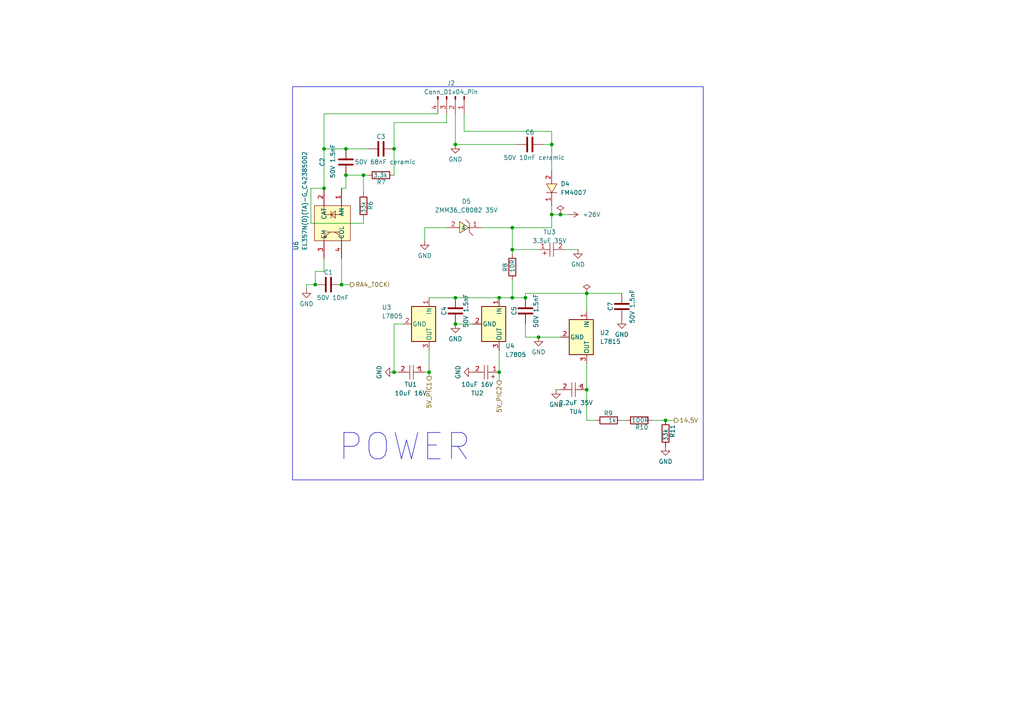
<source format=kicad_sch>
(kicad_sch
	(version 20250114)
	(generator "eeschema")
	(generator_version "9.0")
	(uuid "7a97bb05-70e8-492c-a149-71a46bf2085e")
	(paper "A4")
	(lib_symbols
		(symbol "Connector:Conn_01x04_Pin"
			(pin_names
				(offset 1.016)
				(hide yes)
			)
			(exclude_from_sim no)
			(in_bom yes)
			(on_board yes)
			(property "Reference" "J"
				(at 0 5.08 0)
				(effects
					(font
						(size 1.27 1.27)
					)
				)
			)
			(property "Value" "Conn_01x04_Pin"
				(at 0 -7.62 0)
				(effects
					(font
						(size 1.27 1.27)
					)
				)
			)
			(property "Footprint" ""
				(at 0 0 0)
				(effects
					(font
						(size 1.27 1.27)
					)
					(hide yes)
				)
			)
			(property "Datasheet" "~"
				(at 0 0 0)
				(effects
					(font
						(size 1.27 1.27)
					)
					(hide yes)
				)
			)
			(property "Description" "Generic connector, single row, 01x04, script generated"
				(at 0 0 0)
				(effects
					(font
						(size 1.27 1.27)
					)
					(hide yes)
				)
			)
			(property "ki_locked" ""
				(at 0 0 0)
				(effects
					(font
						(size 1.27 1.27)
					)
				)
			)
			(property "ki_keywords" "connector"
				(at 0 0 0)
				(effects
					(font
						(size 1.27 1.27)
					)
					(hide yes)
				)
			)
			(property "ki_fp_filters" "Connector*:*_1x??_*"
				(at 0 0 0)
				(effects
					(font
						(size 1.27 1.27)
					)
					(hide yes)
				)
			)
			(symbol "Conn_01x04_Pin_1_1"
				(rectangle
					(start 0.8636 2.667)
					(end 0 2.413)
					(stroke
						(width 0.1524)
						(type default)
					)
					(fill
						(type outline)
					)
				)
				(rectangle
					(start 0.8636 0.127)
					(end 0 -0.127)
					(stroke
						(width 0.1524)
						(type default)
					)
					(fill
						(type outline)
					)
				)
				(rectangle
					(start 0.8636 -2.413)
					(end 0 -2.667)
					(stroke
						(width 0.1524)
						(type default)
					)
					(fill
						(type outline)
					)
				)
				(rectangle
					(start 0.8636 -4.953)
					(end 0 -5.207)
					(stroke
						(width 0.1524)
						(type default)
					)
					(fill
						(type outline)
					)
				)
				(polyline
					(pts
						(xy 1.27 2.54) (xy 0.8636 2.54)
					)
					(stroke
						(width 0.1524)
						(type default)
					)
					(fill
						(type none)
					)
				)
				(polyline
					(pts
						(xy 1.27 0) (xy 0.8636 0)
					)
					(stroke
						(width 0.1524)
						(type default)
					)
					(fill
						(type none)
					)
				)
				(polyline
					(pts
						(xy 1.27 -2.54) (xy 0.8636 -2.54)
					)
					(stroke
						(width 0.1524)
						(type default)
					)
					(fill
						(type none)
					)
				)
				(polyline
					(pts
						(xy 1.27 -5.08) (xy 0.8636 -5.08)
					)
					(stroke
						(width 0.1524)
						(type default)
					)
					(fill
						(type none)
					)
				)
				(pin passive line
					(at 5.08 2.54 180)
					(length 3.81)
					(name "Pin_1"
						(effects
							(font
								(size 1.27 1.27)
							)
						)
					)
					(number "1"
						(effects
							(font
								(size 1.27 1.27)
							)
						)
					)
				)
				(pin passive line
					(at 5.08 0 180)
					(length 3.81)
					(name "Pin_2"
						(effects
							(font
								(size 1.27 1.27)
							)
						)
					)
					(number "2"
						(effects
							(font
								(size 1.27 1.27)
							)
						)
					)
				)
				(pin passive line
					(at 5.08 -2.54 180)
					(length 3.81)
					(name "Pin_3"
						(effects
							(font
								(size 1.27 1.27)
							)
						)
					)
					(number "3"
						(effects
							(font
								(size 1.27 1.27)
							)
						)
					)
				)
				(pin passive line
					(at 5.08 -5.08 180)
					(length 3.81)
					(name "Pin_4"
						(effects
							(font
								(size 1.27 1.27)
							)
						)
					)
					(number "4"
						(effects
							(font
								(size 1.27 1.27)
							)
						)
					)
				)
			)
			(embedded_fonts no)
		)
		(symbol "Device:C"
			(pin_numbers
				(hide yes)
			)
			(pin_names
				(offset 0.254)
			)
			(exclude_from_sim no)
			(in_bom yes)
			(on_board yes)
			(property "Reference" "C"
				(at 0.635 2.54 0)
				(effects
					(font
						(size 1.27 1.27)
					)
					(justify left)
				)
			)
			(property "Value" "C"
				(at 0.635 -2.54 0)
				(effects
					(font
						(size 1.27 1.27)
					)
					(justify left)
				)
			)
			(property "Footprint" ""
				(at 0.9652 -3.81 0)
				(effects
					(font
						(size 1.27 1.27)
					)
					(hide yes)
				)
			)
			(property "Datasheet" "~"
				(at 0 0 0)
				(effects
					(font
						(size 1.27 1.27)
					)
					(hide yes)
				)
			)
			(property "Description" "Unpolarized capacitor"
				(at 0 0 0)
				(effects
					(font
						(size 1.27 1.27)
					)
					(hide yes)
				)
			)
			(property "ki_keywords" "cap capacitor"
				(at 0 0 0)
				(effects
					(font
						(size 1.27 1.27)
					)
					(hide yes)
				)
			)
			(property "ki_fp_filters" "C_*"
				(at 0 0 0)
				(effects
					(font
						(size 1.27 1.27)
					)
					(hide yes)
				)
			)
			(symbol "C_0_1"
				(polyline
					(pts
						(xy -2.032 0.762) (xy 2.032 0.762)
					)
					(stroke
						(width 0.508)
						(type default)
					)
					(fill
						(type none)
					)
				)
				(polyline
					(pts
						(xy -2.032 -0.762) (xy 2.032 -0.762)
					)
					(stroke
						(width 0.508)
						(type default)
					)
					(fill
						(type none)
					)
				)
			)
			(symbol "C_1_1"
				(pin passive line
					(at 0 3.81 270)
					(length 2.794)
					(name "~"
						(effects
							(font
								(size 1.27 1.27)
							)
						)
					)
					(number "1"
						(effects
							(font
								(size 1.27 1.27)
							)
						)
					)
				)
				(pin passive line
					(at 0 -3.81 90)
					(length 2.794)
					(name "~"
						(effects
							(font
								(size 1.27 1.27)
							)
						)
					)
					(number "2"
						(effects
							(font
								(size 1.27 1.27)
							)
						)
					)
				)
			)
			(embedded_fonts no)
		)
		(symbol "Device:R"
			(pin_numbers
				(hide yes)
			)
			(pin_names
				(offset 0)
			)
			(exclude_from_sim no)
			(in_bom yes)
			(on_board yes)
			(property "Reference" "R"
				(at 2.032 0 90)
				(effects
					(font
						(size 1.27 1.27)
					)
				)
			)
			(property "Value" "R"
				(at 0 0 90)
				(effects
					(font
						(size 1.27 1.27)
					)
				)
			)
			(property "Footprint" ""
				(at -1.778 0 90)
				(effects
					(font
						(size 1.27 1.27)
					)
					(hide yes)
				)
			)
			(property "Datasheet" "~"
				(at 0 0 0)
				(effects
					(font
						(size 1.27 1.27)
					)
					(hide yes)
				)
			)
			(property "Description" "Resistor"
				(at 0 0 0)
				(effects
					(font
						(size 1.27 1.27)
					)
					(hide yes)
				)
			)
			(property "ki_keywords" "R res resistor"
				(at 0 0 0)
				(effects
					(font
						(size 1.27 1.27)
					)
					(hide yes)
				)
			)
			(property "ki_fp_filters" "R_*"
				(at 0 0 0)
				(effects
					(font
						(size 1.27 1.27)
					)
					(hide yes)
				)
			)
			(symbol "R_0_1"
				(rectangle
					(start -1.016 -2.54)
					(end 1.016 2.54)
					(stroke
						(width 0.254)
						(type default)
					)
					(fill
						(type none)
					)
				)
			)
			(symbol "R_1_1"
				(pin passive line
					(at 0 3.81 270)
					(length 1.27)
					(name "~"
						(effects
							(font
								(size 1.27 1.27)
							)
						)
					)
					(number "1"
						(effects
							(font
								(size 1.27 1.27)
							)
						)
					)
				)
				(pin passive line
					(at 0 -3.81 90)
					(length 1.27)
					(name "~"
						(effects
							(font
								(size 1.27 1.27)
							)
						)
					)
					(number "2"
						(effects
							(font
								(size 1.27 1.27)
							)
						)
					)
				)
			)
			(embedded_fonts no)
		)
		(symbol "Regulator_Linear:L7805"
			(pin_names
				(offset 0.254)
			)
			(exclude_from_sim no)
			(in_bom yes)
			(on_board yes)
			(property "Reference" "U"
				(at -3.81 3.175 0)
				(effects
					(font
						(size 1.27 1.27)
					)
				)
			)
			(property "Value" "L7805"
				(at 0 3.175 0)
				(effects
					(font
						(size 1.27 1.27)
					)
					(justify left)
				)
			)
			(property "Footprint" ""
				(at 0.635 -3.81 0)
				(effects
					(font
						(size 1.27 1.27)
						(italic yes)
					)
					(justify left)
					(hide yes)
				)
			)
			(property "Datasheet" "http://www.st.com/content/ccc/resource/technical/document/datasheet/41/4f/b3/b0/12/d4/47/88/CD00000444.pdf/files/CD00000444.pdf/jcr:content/translations/en.CD00000444.pdf"
				(at 0 -1.27 0)
				(effects
					(font
						(size 1.27 1.27)
					)
					(hide yes)
				)
			)
			(property "Description" "Positive 1.5A 35V Linear Regulator, Fixed Output 5V, TO-220/TO-263/TO-252"
				(at 0 0 0)
				(effects
					(font
						(size 1.27 1.27)
					)
					(hide yes)
				)
			)
			(property "ki_keywords" "Voltage Regulator 1.5A Positive"
				(at 0 0 0)
				(effects
					(font
						(size 1.27 1.27)
					)
					(hide yes)
				)
			)
			(property "ki_fp_filters" "TO?252* TO?263* TO?220*"
				(at 0 0 0)
				(effects
					(font
						(size 1.27 1.27)
					)
					(hide yes)
				)
			)
			(symbol "L7805_0_1"
				(rectangle
					(start -5.08 1.905)
					(end 5.08 -5.08)
					(stroke
						(width 0.254)
						(type default)
					)
					(fill
						(type background)
					)
				)
			)
			(symbol "L7805_1_1"
				(pin power_in line
					(at -7.62 0 0)
					(length 2.54)
					(name "IN"
						(effects
							(font
								(size 1.27 1.27)
							)
						)
					)
					(number "1"
						(effects
							(font
								(size 1.27 1.27)
							)
						)
					)
				)
				(pin power_in line
					(at 0 -7.62 90)
					(length 2.54)
					(name "GND"
						(effects
							(font
								(size 1.27 1.27)
							)
						)
					)
					(number "2"
						(effects
							(font
								(size 1.27 1.27)
							)
						)
					)
				)
				(pin power_out line
					(at 7.62 0 180)
					(length 2.54)
					(name "OUT"
						(effects
							(font
								(size 1.27 1.27)
							)
						)
					)
					(number "3"
						(effects
							(font
								(size 1.27 1.27)
							)
						)
					)
				)
			)
			(embedded_fonts no)
		)
		(symbol "Regulator_Linear:L7815"
			(pin_names
				(offset 0.254)
			)
			(exclude_from_sim no)
			(in_bom yes)
			(on_board yes)
			(property "Reference" "U"
				(at -3.81 3.175 0)
				(effects
					(font
						(size 1.27 1.27)
					)
				)
			)
			(property "Value" "L7815"
				(at 0 3.175 0)
				(effects
					(font
						(size 1.27 1.27)
					)
					(justify left)
				)
			)
			(property "Footprint" ""
				(at 0.635 -3.81 0)
				(effects
					(font
						(size 1.27 1.27)
						(italic yes)
					)
					(justify left)
					(hide yes)
				)
			)
			(property "Datasheet" "http://www.st.com/content/ccc/resource/technical/document/datasheet/41/4f/b3/b0/12/d4/47/88/CD00000444.pdf/files/CD00000444.pdf/jcr:content/translations/en.CD00000444.pdf"
				(at 0 -1.27 0)
				(effects
					(font
						(size 1.27 1.27)
					)
					(hide yes)
				)
			)
			(property "Description" "Positive 1.5A 35V Linear Regulator, Fixed Output 15V, TO-220/TO-263/TO-252"
				(at 0 0 0)
				(effects
					(font
						(size 1.27 1.27)
					)
					(hide yes)
				)
			)
			(property "ki_keywords" "Voltage Regulator 1.5A Positive"
				(at 0 0 0)
				(effects
					(font
						(size 1.27 1.27)
					)
					(hide yes)
				)
			)
			(property "ki_fp_filters" "TO?252* TO?263* TO?220*"
				(at 0 0 0)
				(effects
					(font
						(size 1.27 1.27)
					)
					(hide yes)
				)
			)
			(symbol "L7815_0_1"
				(rectangle
					(start -5.08 1.905)
					(end 5.08 -5.08)
					(stroke
						(width 0.254)
						(type default)
					)
					(fill
						(type background)
					)
				)
			)
			(symbol "L7815_1_1"
				(pin power_in line
					(at -7.62 0 0)
					(length 2.54)
					(name "IN"
						(effects
							(font
								(size 1.27 1.27)
							)
						)
					)
					(number "1"
						(effects
							(font
								(size 1.27 1.27)
							)
						)
					)
				)
				(pin power_in line
					(at 0 -7.62 90)
					(length 2.54)
					(name "GND"
						(effects
							(font
								(size 1.27 1.27)
							)
						)
					)
					(number "2"
						(effects
							(font
								(size 1.27 1.27)
							)
						)
					)
				)
				(pin power_out line
					(at 7.62 0 180)
					(length 2.54)
					(name "OUT"
						(effects
							(font
								(size 1.27 1.27)
							)
						)
					)
					(number "3"
						(effects
							(font
								(size 1.27 1.27)
							)
						)
					)
				)
			)
			(embedded_fonts no)
		)
		(symbol "TAJB335K035RNJ_1"
			(pin_names
				(hide yes)
			)
			(exclude_from_sim no)
			(in_bom yes)
			(on_board yes)
			(property "Reference" "C"
				(at 0 5.08 0)
				(effects
					(font
						(size 1.27 1.27)
					)
				)
			)
			(property "Value" "TAJB335K035RNJ"
				(at 0 -5.08 0)
				(effects
					(font
						(size 1.27 1.27)
					)
				)
			)
			(property "Footprint" "easyeda2kicad:CAP-SMD_L3.5-W2.8-R-RD"
				(at 0 -7.62 0)
				(effects
					(font
						(size 1.27 1.27)
					)
					(hide yes)
				)
			)
			(property "Datasheet" "https://lcsc.com/product-detail/Tantalum-Capacitors_AVX_TAJB335K035RNJ_3-3uF-335-10-35V_C7201.html"
				(at 0 -10.16 0)
				(effects
					(font
						(size 1.27 1.27)
					)
					(hide yes)
				)
			)
			(property "Description" ""
				(at 0 0 0)
				(effects
					(font
						(size 1.27 1.27)
					)
					(hide yes)
				)
			)
			(property "LCSC Part" "C7201"
				(at 0 -12.7 0)
				(effects
					(font
						(size 1.27 1.27)
					)
					(hide yes)
				)
			)
			(symbol "TAJB335K035RNJ_1_0_1"
				(polyline
					(pts
						(xy -0.51 0) (xy -1.27 0)
					)
					(stroke
						(width 0)
						(type default)
					)
					(fill
						(type none)
					)
				)
				(polyline
					(pts
						(xy -0.51 -2.03) (xy -0.51 2.03)
					)
					(stroke
						(width 0)
						(type default)
					)
					(fill
						(type none)
					)
				)
				(polyline
					(pts
						(xy 0.51 -2.03) (xy 0.51 2.03)
					)
					(stroke
						(width 0)
						(type default)
					)
					(fill
						(type none)
					)
				)
				(polyline
					(pts
						(xy 1.27 0) (xy 0.51 0)
					)
					(stroke
						(width 0)
						(type default)
					)
					(fill
						(type none)
					)
				)
				(polyline
					(pts
						(xy 2.03 -1.52) (xy 2.03 -0.51)
					)
					(stroke
						(width 0)
						(type default)
					)
					(fill
						(type none)
					)
				)
				(polyline
					(pts
						(xy 2.54 -1.02) (xy 1.52 -1.02)
					)
					(stroke
						(width 0)
						(type default)
					)
					(fill
						(type none)
					)
				)
				(pin input line
					(at -3.81 0 0)
					(length 2.54)
					(name "2"
						(effects
							(font
								(size 1.27 1.27)
							)
						)
					)
					(number "2"
						(effects
							(font
								(size 1.27 1.27)
							)
						)
					)
				)
				(pin input line
					(at 3.81 0 180)
					(length 2.54)
					(name "1"
						(effects
							(font
								(size 1.27 1.27)
							)
						)
					)
					(number "1"
						(effects
							(font
								(size 1.27 1.27)
							)
						)
					)
				)
			)
			(embedded_fonts no)
		)
		(symbol "easyeda2kicad:EL357N(D)(TA)-G_C42385002"
			(exclude_from_sim no)
			(in_bom yes)
			(on_board yes)
			(property "Reference" "U"
				(at 0 7.62 0)
				(effects
					(font
						(size 1.27 1.27)
					)
				)
			)
			(property "Value" "EL357N(D)(TA)-G_C42385002"
				(at 0 -7.62 0)
				(effects
					(font
						(size 1.27 1.27)
					)
				)
			)
			(property "Footprint" "easyeda2kicad:SOP-4_L3.9-W4.4-P2.54-LS7.0-TL"
				(at 0 -10.16 0)
				(effects
					(font
						(size 1.27 1.27)
					)
					(hide yes)
				)
			)
			(property "Datasheet" ""
				(at 0 0 0)
				(effects
					(font
						(size 1.27 1.27)
					)
					(hide yes)
				)
			)
			(property "Description" ""
				(at 0 0 0)
				(effects
					(font
						(size 1.27 1.27)
					)
					(hide yes)
				)
			)
			(property "LCSC Part" "C42385002"
				(at 0 -12.7 0)
				(effects
					(font
						(size 1.27 1.27)
					)
					(hide yes)
				)
			)
			(symbol "EL357N(D)(TA)-G_C42385002_0_1"
				(rectangle
					(start -5.08 5.08)
					(end 5.08 -5.33)
					(stroke
						(width 0)
						(type default)
					)
					(fill
						(type background)
					)
				)
				(polyline
					(pts
						(xy -5.08 2.54) (xy -2.54 2.54) (xy -2.54 -2.54) (xy -5.08 -2.54)
					)
					(stroke
						(width 0)
						(type default)
					)
					(fill
						(type none)
					)
				)
				(polyline
					(pts
						(xy -3.56 0.76) (xy -1.52 0.76) (xy -2.54 -0.51) (xy -3.56 0.76)
					)
					(stroke
						(width 0)
						(type default)
					)
					(fill
						(type background)
					)
				)
				(polyline
					(pts
						(xy -3.56 -0.51) (xy -1.52 -0.51)
					)
					(stroke
						(width 0)
						(type default)
					)
					(fill
						(type none)
					)
				)
				(polyline
					(pts
						(xy 2.54 1.78) (xy 2.54 -1.78)
					)
					(stroke
						(width 0)
						(type default)
					)
					(fill
						(type none)
					)
				)
				(polyline
					(pts
						(xy 2.54 0.51) (xy 3.81 2.54) (xy 5.08 2.54)
					)
					(stroke
						(width 0)
						(type default)
					)
					(fill
						(type none)
					)
				)
				(polyline
					(pts
						(xy 2.54 -0.76) (xy 4.06 -2.54) (xy 3.81 -1.78)
					)
					(stroke
						(width 0)
						(type default)
					)
					(fill
						(type none)
					)
				)
				(polyline
					(pts
						(xy 4.06 -2.54) (xy 3.3 -2.29)
					)
					(stroke
						(width 0)
						(type default)
					)
					(fill
						(type none)
					)
				)
				(polyline
					(pts
						(xy 4.06 -2.54) (xy 5.08 -2.54)
					)
					(stroke
						(width 0)
						(type default)
					)
					(fill
						(type none)
					)
				)
				(pin unspecified line
					(at -10.16 2.54 0)
					(length 5.08)
					(name "AN"
						(effects
							(font
								(size 1.27 1.27)
							)
						)
					)
					(number "1"
						(effects
							(font
								(size 1.27 1.27)
							)
						)
					)
				)
				(pin unspecified line
					(at -10.16 -2.54 0)
					(length 5.08)
					(name "CAT"
						(effects
							(font
								(size 1.27 1.27)
							)
						)
					)
					(number "2"
						(effects
							(font
								(size 1.27 1.27)
							)
						)
					)
				)
				(pin unspecified line
					(at 10.16 2.54 180)
					(length 5.08)
					(name "COL"
						(effects
							(font
								(size 1.27 1.27)
							)
						)
					)
					(number "4"
						(effects
							(font
								(size 1.27 1.27)
							)
						)
					)
				)
				(pin unspecified line
					(at 10.16 -2.54 180)
					(length 5.08)
					(name "EM"
						(effects
							(font
								(size 1.27 1.27)
							)
						)
					)
					(number "3"
						(effects
							(font
								(size 1.27 1.27)
							)
						)
					)
				)
			)
			(embedded_fonts no)
		)
		(symbol "easyeda2kicad:FM4007"
			(pin_names
				(hide yes)
			)
			(exclude_from_sim no)
			(in_bom yes)
			(on_board yes)
			(property "Reference" "D4"
				(at 1.2701 -2.54 90)
				(effects
					(font
						(size 1.27 1.27)
					)
					(justify right)
				)
			)
			(property "Value" "FM4007"
				(at -1.2699 -2.54 90)
				(effects
					(font
						(size 1.27 1.27)
					)
					(justify right)
				)
			)
			(property "Footprint" "easyeda2kicad:SOD-123FL_L2.7-W1.8-LS3.8-RD"
				(at 0 -7.62 0)
				(effects
					(font
						(size 1.27 1.27)
					)
					(hide yes)
				)
			)
			(property "Datasheet" "https://lcsc.com/product-detail/Diodes-General-Purpose_LGE-FM4007_C402244.html"
				(at 0 -10.16 0)
				(effects
					(font
						(size 1.27 1.27)
					)
					(hide yes)
				)
			)
			(property "Description" ""
				(at 0 0 0)
				(effects
					(font
						(size 1.27 1.27)
					)
					(hide yes)
				)
			)
			(property "LCSC Part" "C402244"
				(at 0 -12.7 0)
				(effects
					(font
						(size 1.27 1.27)
					)
					(hide yes)
				)
			)
			(symbol "FM4007_0_1"
				(polyline
					(pts
						(xy -1.27 -1.52) (xy -1.27 1.52)
					)
					(stroke
						(width 0)
						(type default)
					)
					(fill
						(type none)
					)
				)
				(polyline
					(pts
						(xy 1.27 1.52) (xy -1.27 0) (xy 1.27 -1.52) (xy 1.27 1.52)
					)
					(stroke
						(width 0)
						(type default)
					)
					(fill
						(type background)
					)
				)
				(pin passive line
					(at -5.08 0 0)
					(length 3.81)
					(name "C"
						(effects
							(font
								(size 1.27 1.27)
							)
						)
					)
					(number "1"
						(effects
							(font
								(size 1.27 1.27)
							)
						)
					)
				)
				(pin passive line
					(at 5.08 0 180)
					(length 3.81)
					(name "A"
						(effects
							(font
								(size 1.27 1.27)
							)
						)
					)
					(number "2"
						(effects
							(font
								(size 1.27 1.27)
							)
						)
					)
				)
			)
			(embedded_fonts no)
		)
		(symbol "easyeda2kicad:TAJA106K016RNJ"
			(pin_names
				(hide yes)
			)
			(exclude_from_sim no)
			(in_bom yes)
			(on_board yes)
			(property "Reference" "C"
				(at 0 5.08 0)
				(effects
					(font
						(size 1.27 1.27)
					)
				)
			)
			(property "Value" "TAJA106K016RNJ"
				(at 0 -5.08 0)
				(effects
					(font
						(size 1.27 1.27)
					)
				)
			)
			(property "Footprint" "easyeda2kicad:CAP-SMD_L3.2-W1.6-RD-C7171"
				(at 0 -7.62 0)
				(effects
					(font
						(size 1.27 1.27)
					)
					(hide yes)
				)
			)
			(property "Datasheet" "https://lcsc.com/product-detail/Tantalum-Capacitors_AVX_TAJA106K016RNJ_10uF-106-10-16V_C7171.html"
				(at 0 -10.16 0)
				(effects
					(font
						(size 1.27 1.27)
					)
					(hide yes)
				)
			)
			(property "Description" ""
				(at 0 0 0)
				(effects
					(font
						(size 1.27 1.27)
					)
					(hide yes)
				)
			)
			(property "LCSC Part" "C7171"
				(at 0 -12.7 0)
				(effects
					(font
						(size 1.27 1.27)
					)
					(hide yes)
				)
			)
			(symbol "TAJA106K016RNJ_0_1"
				(polyline
					(pts
						(xy -0.51 0) (xy -1.27 0)
					)
					(stroke
						(width 0)
						(type default)
					)
					(fill
						(type none)
					)
				)
				(polyline
					(pts
						(xy -0.51 -2.03) (xy -0.51 2.03)
					)
					(stroke
						(width 0)
						(type default)
					)
					(fill
						(type none)
					)
				)
				(polyline
					(pts
						(xy 0.51 -2.03) (xy 0.51 2.03)
					)
					(stroke
						(width 0)
						(type default)
					)
					(fill
						(type none)
					)
				)
				(polyline
					(pts
						(xy 1.27 0) (xy 0.51 0)
					)
					(stroke
						(width 0)
						(type default)
					)
					(fill
						(type none)
					)
				)
				(polyline
					(pts
						(xy 1.52 1.27) (xy 2.54 1.27)
					)
					(stroke
						(width 0)
						(type default)
					)
					(fill
						(type none)
					)
				)
				(polyline
					(pts
						(xy 2.03 1.78) (xy 2.03 0.76)
					)
					(stroke
						(width 0)
						(type default)
					)
					(fill
						(type none)
					)
				)
				(pin input line
					(at -3.81 0 0)
					(length 2.54)
					(name "2"
						(effects
							(font
								(size 1.27 1.27)
							)
						)
					)
					(number "2"
						(effects
							(font
								(size 1.27 1.27)
							)
						)
					)
				)
				(pin input line
					(at 3.81 0 180)
					(length 2.54)
					(name "1"
						(effects
							(font
								(size 1.27 1.27)
							)
						)
					)
					(number "1"
						(effects
							(font
								(size 1.27 1.27)
							)
						)
					)
				)
			)
			(embedded_fonts no)
		)
		(symbol "easyeda2kicad:TAJB225K035RNJ"
			(pin_names
				(hide yes)
			)
			(exclude_from_sim no)
			(in_bom yes)
			(on_board yes)
			(property "Reference" "C"
				(at 0 5.08 0)
				(effects
					(font
						(size 1.27 1.27)
					)
				)
			)
			(property "Value" "TAJB225K035RNJ"
				(at 0 -5.08 0)
				(effects
					(font
						(size 1.27 1.27)
					)
				)
			)
			(property "Footprint" "easyeda2kicad:CAP-SMD_L3.5-W2.8-R-RD"
				(at 0 -7.62 0)
				(effects
					(font
						(size 1.27 1.27)
					)
					(hide yes)
				)
			)
			(property "Datasheet" "https://lcsc.com/product-detail/Tantalum-Capacitors_AVX_TAJB225K035RNJ-RHOS_2-2uF-225-10-35V_C19276.html"
				(at 0 -10.16 0)
				(effects
					(font
						(size 1.27 1.27)
					)
					(hide yes)
				)
			)
			(property "Description" ""
				(at 0 0 0)
				(effects
					(font
						(size 1.27 1.27)
					)
					(hide yes)
				)
			)
			(property "LCSC Part" "C19276"
				(at 0 -12.7 0)
				(effects
					(font
						(size 1.27 1.27)
					)
					(hide yes)
				)
			)
			(symbol "TAJB225K035RNJ_0_1"
				(polyline
					(pts
						(xy -0.51 0) (xy -1.27 0)
					)
					(stroke
						(width 0)
						(type default)
					)
					(fill
						(type none)
					)
				)
				(polyline
					(pts
						(xy -0.51 -2.03) (xy -0.51 2.03)
					)
					(stroke
						(width 0)
						(type default)
					)
					(fill
						(type none)
					)
				)
				(polyline
					(pts
						(xy 0.51 -2.03) (xy 0.51 2.03)
					)
					(stroke
						(width 0)
						(type default)
					)
					(fill
						(type none)
					)
				)
				(polyline
					(pts
						(xy 1.27 0) (xy 0.51 0)
					)
					(stroke
						(width 0)
						(type default)
					)
					(fill
						(type none)
					)
				)
				(polyline
					(pts
						(xy 2.03 -1.52) (xy 2.03 -0.51)
					)
					(stroke
						(width 0)
						(type default)
					)
					(fill
						(type none)
					)
				)
				(polyline
					(pts
						(xy 2.54 -1.02) (xy 1.52 -1.02)
					)
					(stroke
						(width 0)
						(type default)
					)
					(fill
						(type none)
					)
				)
				(pin input line
					(at -3.81 0 0)
					(length 2.54)
					(name "2"
						(effects
							(font
								(size 1.27 1.27)
							)
						)
					)
					(number "2"
						(effects
							(font
								(size 1.27 1.27)
							)
						)
					)
				)
				(pin input line
					(at 3.81 0 180)
					(length 2.54)
					(name "1"
						(effects
							(font
								(size 1.27 1.27)
							)
						)
					)
					(number "1"
						(effects
							(font
								(size 1.27 1.27)
							)
						)
					)
				)
			)
			(embedded_fonts no)
		)
		(symbol "easyeda2kicad:ZMM33_C8082"
			(exclude_from_sim no)
			(in_bom yes)
			(on_board yes)
			(property "Reference" "D"
				(at 0 5.08 0)
				(effects
					(font
						(size 1.27 1.27)
					)
				)
			)
			(property "Value" "ZMM33_C8082"
				(at 0 -5.08 0)
				(effects
					(font
						(size 1.27 1.27)
					)
				)
			)
			(property "Footprint" "easyeda2kicad:LL-34_L3.5-W1.5-RD"
				(at 0 -7.62 0)
				(effects
					(font
						(size 1.27 1.27)
					)
					(hide yes)
				)
			)
			(property "Datasheet" "https://lcsc.com/product-detail/Zener-Diodes_ZMM33_C8082.html"
				(at 0 -10.16 0)
				(effects
					(font
						(size 1.27 1.27)
					)
					(hide yes)
				)
			)
			(property "Description" ""
				(at 0 0 0)
				(effects
					(font
						(size 1.27 1.27)
					)
					(hide yes)
				)
			)
			(property "LCSC Part" "C8082"
				(at 0 -12.7 0)
				(effects
					(font
						(size 1.27 1.27)
					)
					(hide yes)
				)
			)
			(symbol "ZMM33_C8082_0_1"
				(polyline
					(pts
						(xy -2.54 2.29) (xy -1.52 1.27) (xy -1.52 -1.27) (xy -0.51 -2.29)
					)
					(stroke
						(width 0)
						(type default)
					)
					(fill
						(type none)
					)
				)
				(polyline
					(pts
						(xy 1.27 1.52) (xy -1.27 0) (xy 1.27 -1.78) (xy 1.27 1.52)
					)
					(stroke
						(width 0)
						(type default)
					)
					(fill
						(type background)
					)
				)
				(pin unspecified line
					(at -5.08 0 0)
					(length 3.81)
					(name "C"
						(effects
							(font
								(size 1.27 1.27)
							)
						)
					)
					(number "1"
						(effects
							(font
								(size 1.27 1.27)
							)
						)
					)
				)
				(pin unspecified line
					(at 5.08 0 180)
					(length 3.81)
					(name "A"
						(effects
							(font
								(size 1.27 1.27)
							)
						)
					)
					(number "2"
						(effects
							(font
								(size 1.27 1.27)
							)
						)
					)
				)
			)
			(embedded_fonts no)
		)
		(symbol "power:+28V"
			(power)
			(pin_numbers
				(hide yes)
			)
			(pin_names
				(offset 0)
				(hide yes)
			)
			(exclude_from_sim no)
			(in_bom yes)
			(on_board yes)
			(property "Reference" "#PWR"
				(at 0 -3.81 0)
				(effects
					(font
						(size 1.27 1.27)
					)
					(hide yes)
				)
			)
			(property "Value" "+28V"
				(at 0 3.556 0)
				(effects
					(font
						(size 1.27 1.27)
					)
				)
			)
			(property "Footprint" ""
				(at 6.35 1.27 0)
				(effects
					(font
						(size 1.27 1.27)
					)
					(hide yes)
				)
			)
			(property "Datasheet" ""
				(at 6.35 1.27 0)
				(effects
					(font
						(size 1.27 1.27)
					)
					(hide yes)
				)
			)
			(property "Description" "Power symbol creates a global label with name \"+28V\""
				(at 0 0 0)
				(effects
					(font
						(size 1.27 1.27)
					)
					(hide yes)
				)
			)
			(property "ki_keywords" "global power"
				(at 0 0 0)
				(effects
					(font
						(size 1.27 1.27)
					)
					(hide yes)
				)
			)
			(symbol "+28V_0_1"
				(polyline
					(pts
						(xy -0.762 1.27) (xy 0 2.54)
					)
					(stroke
						(width 0)
						(type default)
					)
					(fill
						(type none)
					)
				)
				(polyline
					(pts
						(xy 0 2.54) (xy 0.762 1.27)
					)
					(stroke
						(width 0)
						(type default)
					)
					(fill
						(type none)
					)
				)
				(polyline
					(pts
						(xy 0 0) (xy 0 2.54)
					)
					(stroke
						(width 0)
						(type default)
					)
					(fill
						(type none)
					)
				)
			)
			(symbol "+28V_1_1"
				(pin power_in line
					(at 0 0 90)
					(length 0)
					(name "~"
						(effects
							(font
								(size 1.27 1.27)
							)
						)
					)
					(number "1"
						(effects
							(font
								(size 1.27 1.27)
							)
						)
					)
				)
			)
			(embedded_fonts no)
		)
		(symbol "power:GND"
			(power)
			(pin_numbers
				(hide yes)
			)
			(pin_names
				(offset 0)
				(hide yes)
			)
			(exclude_from_sim no)
			(in_bom yes)
			(on_board yes)
			(property "Reference" "#PWR"
				(at 0 -6.35 0)
				(effects
					(font
						(size 1.27 1.27)
					)
					(hide yes)
				)
			)
			(property "Value" "GND"
				(at 0 -3.81 0)
				(effects
					(font
						(size 1.27 1.27)
					)
				)
			)
			(property "Footprint" ""
				(at 0 0 0)
				(effects
					(font
						(size 1.27 1.27)
					)
					(hide yes)
				)
			)
			(property "Datasheet" ""
				(at 0 0 0)
				(effects
					(font
						(size 1.27 1.27)
					)
					(hide yes)
				)
			)
			(property "Description" "Power symbol creates a global label with name \"GND\" , ground"
				(at 0 0 0)
				(effects
					(font
						(size 1.27 1.27)
					)
					(hide yes)
				)
			)
			(property "ki_keywords" "global power"
				(at 0 0 0)
				(effects
					(font
						(size 1.27 1.27)
					)
					(hide yes)
				)
			)
			(symbol "GND_0_1"
				(polyline
					(pts
						(xy 0 0) (xy 0 -1.27) (xy 1.27 -1.27) (xy 0 -2.54) (xy -1.27 -1.27) (xy 0 -1.27)
					)
					(stroke
						(width 0)
						(type default)
					)
					(fill
						(type none)
					)
				)
			)
			(symbol "GND_1_1"
				(pin power_in line
					(at 0 0 270)
					(length 0)
					(name "~"
						(effects
							(font
								(size 1.27 1.27)
							)
						)
					)
					(number "1"
						(effects
							(font
								(size 1.27 1.27)
							)
						)
					)
				)
			)
			(embedded_fonts no)
		)
		(symbol "power:PWR_FLAG"
			(power)
			(pin_numbers
				(hide yes)
			)
			(pin_names
				(offset 0)
				(hide yes)
			)
			(exclude_from_sim no)
			(in_bom yes)
			(on_board yes)
			(property "Reference" "#FLG"
				(at 0 1.905 0)
				(effects
					(font
						(size 1.27 1.27)
					)
					(hide yes)
				)
			)
			(property "Value" "PWR_FLAG"
				(at 0 3.81 0)
				(effects
					(font
						(size 1.27 1.27)
					)
				)
			)
			(property "Footprint" ""
				(at 0 0 0)
				(effects
					(font
						(size 1.27 1.27)
					)
					(hide yes)
				)
			)
			(property "Datasheet" "~"
				(at 0 0 0)
				(effects
					(font
						(size 1.27 1.27)
					)
					(hide yes)
				)
			)
			(property "Description" "Special symbol for telling ERC where power comes from"
				(at 0 0 0)
				(effects
					(font
						(size 1.27 1.27)
					)
					(hide yes)
				)
			)
			(property "ki_keywords" "flag power"
				(at 0 0 0)
				(effects
					(font
						(size 1.27 1.27)
					)
					(hide yes)
				)
			)
			(symbol "PWR_FLAG_0_0"
				(pin power_out line
					(at 0 0 90)
					(length 0)
					(name "~"
						(effects
							(font
								(size 1.27 1.27)
							)
						)
					)
					(number "1"
						(effects
							(font
								(size 1.27 1.27)
							)
						)
					)
				)
			)
			(symbol "PWR_FLAG_0_1"
				(polyline
					(pts
						(xy 0 0) (xy 0 1.27) (xy -1.016 1.905) (xy 0 2.54) (xy 1.016 1.905) (xy 0 1.27)
					)
					(stroke
						(width 0)
						(type default)
					)
					(fill
						(type none)
					)
				)
			)
			(embedded_fonts no)
		)
	)
	(rectangle
		(start 84.836 25.146)
		(end 203.962 139.192)
		(stroke
			(width 0)
			(type default)
		)
		(fill
			(type none)
		)
		(uuid adade3ba-0173-4f2e-860b-bcb26e58e6f6)
	)
	(text "POWER"
		(exclude_from_sim no)
		(at 117.348 129.794 0)
		(effects
			(font
				(size 7.62 7.62)
			)
		)
		(uuid "60b901cd-c75d-4010-bcc4-739b4babb3a6")
	)
	(junction
		(at 132.08 93.98)
		(diameter 0)
		(color 0 0 0 0)
		(uuid "0689541b-4834-4037-aec5-d99da59df356")
	)
	(junction
		(at 193.04 121.92)
		(diameter 0)
		(color 0 0 0 0)
		(uuid "0852e8a2-eae0-43e4-a8c8-67bf0d905e4e")
	)
	(junction
		(at 93.98 54.61)
		(diameter 0)
		(color 0 0 0 0)
		(uuid "10eb04d7-2933-437b-801f-adf52c064b1e")
	)
	(junction
		(at 99.06 82.55)
		(diameter 0)
		(color 0 0 0 0)
		(uuid "462c4a8f-7e0f-450d-99d3-394cfc78cfd1")
	)
	(junction
		(at 114.3 107.95)
		(diameter 0)
		(color 0 0 0 0)
		(uuid "5755d019-955c-4af9-911e-497e11452d9a")
	)
	(junction
		(at 148.59 72.39)
		(diameter 0)
		(color 0 0 0 0)
		(uuid "67b92f0a-d17f-4f75-b0bb-3e6671bba02d")
	)
	(junction
		(at 152.4 86.36)
		(diameter 0)
		(color 0 0 0 0)
		(uuid "6823904f-a130-4f2f-ab83-11e5e6dc5ea3")
	)
	(junction
		(at 170.18 113.03)
		(diameter 0)
		(color 0 0 0 0)
		(uuid "7ebfec59-7ac9-4b98-a082-ea8cb3f8327f")
	)
	(junction
		(at 144.78 86.36)
		(diameter 0)
		(color 0 0 0 0)
		(uuid "821f62a5-efd8-481c-8cf0-0f8a5dbd3874")
	)
	(junction
		(at 100.33 43.18)
		(diameter 0)
		(color 0 0 0 0)
		(uuid "886f9847-723d-42d5-a553-434770a5480f")
	)
	(junction
		(at 160.02 62.23)
		(diameter 0)
		(color 0 0 0 0)
		(uuid "95858830-adab-4157-8d0b-6438c630be92")
	)
	(junction
		(at 156.21 97.79)
		(diameter 0)
		(color 0 0 0 0)
		(uuid "aa90650b-8ff3-4109-8150-f417439b8a54")
	)
	(junction
		(at 124.46 107.95)
		(diameter 0)
		(color 0 0 0 0)
		(uuid "b2c498de-81ef-4968-996e-6f878faf156f")
	)
	(junction
		(at 132.08 41.91)
		(diameter 0)
		(color 0 0 0 0)
		(uuid "b533aa40-d1e1-4481-b6c4-ef0b666170b3")
	)
	(junction
		(at 114.3 43.18)
		(diameter 0)
		(color 0 0 0 0)
		(uuid "b9c33df1-451c-44ae-9260-025c5f552529")
	)
	(junction
		(at 148.59 66.04)
		(diameter 0)
		(color 0 0 0 0)
		(uuid "ba515014-8dbf-4273-b8dd-308ab82f92a7")
	)
	(junction
		(at 144.78 107.95)
		(diameter 0)
		(color 0 0 0 0)
		(uuid "bdf28d11-5012-4b2b-a947-90c27d4a64d8")
	)
	(junction
		(at 170.18 85.09)
		(diameter 0)
		(color 0 0 0 0)
		(uuid "c36c738f-9844-4c64-9299-70e7cc3502e9")
	)
	(junction
		(at 132.08 86.36)
		(diameter 0)
		(color 0 0 0 0)
		(uuid "c7366de3-a7e3-47fa-9fe4-b68a69369b9d")
	)
	(junction
		(at 162.56 62.23)
		(diameter 0)
		(color 0 0 0 0)
		(uuid "ce96ab36-a88b-40dd-acfc-14d9498bb768")
	)
	(junction
		(at 91.44 82.55)
		(diameter 0)
		(color 0 0 0 0)
		(uuid "d2bae419-63a5-4f38-b910-1427297681ae")
	)
	(junction
		(at 105.41 50.8)
		(diameter 0)
		(color 0 0 0 0)
		(uuid "e1bcd04e-31cd-4979-90ed-6236a5fc586a")
	)
	(junction
		(at 160.02 41.91)
		(diameter 0)
		(color 0 0 0 0)
		(uuid "e9075ee1-14de-4b73-92b3-d9314b13404b")
	)
	(junction
		(at 148.59 86.36)
		(diameter 0)
		(color 0 0 0 0)
		(uuid "e92bf243-08c8-4b6f-bb0e-b67e23eb1861")
	)
	(junction
		(at 100.33 50.8)
		(diameter 0)
		(color 0 0 0 0)
		(uuid "eefead20-bf12-40fe-b12c-9d9219773f1b")
	)
	(junction
		(at 93.98 43.18)
		(diameter 0)
		(color 0 0 0 0)
		(uuid "f9f87f8e-84d5-4e32-a32d-eb8989c21557")
	)
	(wire
		(pts
			(xy 170.18 85.09) (xy 170.18 90.17)
		)
		(stroke
			(width 0)
			(type default)
		)
		(uuid "016b3fad-be92-4567-8b38-06f11f0fc849")
	)
	(wire
		(pts
			(xy 163.83 72.39) (xy 167.64 72.39)
		)
		(stroke
			(width 0)
			(type default)
		)
		(uuid "043f2843-d619-4d9d-85a4-725d77e70863")
	)
	(wire
		(pts
			(xy 99.06 54.61) (xy 100.33 54.61)
		)
		(stroke
			(width 0)
			(type default)
		)
		(uuid "0c2b3ed4-5228-407c-8782-b484a832449a")
	)
	(wire
		(pts
			(xy 100.33 43.18) (xy 106.68 43.18)
		)
		(stroke
			(width 0)
			(type default)
		)
		(uuid "0cfc7284-e0c1-4391-b27a-04545ddbcef8")
	)
	(wire
		(pts
			(xy 132.08 33.02) (xy 132.08 41.91)
		)
		(stroke
			(width 0)
			(type default)
		)
		(uuid "0d3431f0-d2c6-48d8-9847-aef1ac1460ce")
	)
	(wire
		(pts
			(xy 114.3 93.98) (xy 114.3 107.95)
		)
		(stroke
			(width 0)
			(type default)
		)
		(uuid "0e1bbf15-bcf9-4edf-8cfb-75bd74cfd7b2")
	)
	(wire
		(pts
			(xy 156.21 97.79) (xy 152.4 97.79)
		)
		(stroke
			(width 0)
			(type default)
		)
		(uuid "0e4de531-4e63-4624-91dd-ee6a511c25a7")
	)
	(wire
		(pts
			(xy 170.18 105.41) (xy 170.18 113.03)
		)
		(stroke
			(width 0)
			(type default)
		)
		(uuid "10928008-e052-4f2d-b5d7-13c6baef007b")
	)
	(wire
		(pts
			(xy 165.1 62.23) (xy 162.56 62.23)
		)
		(stroke
			(width 0)
			(type default)
		)
		(uuid "13c09893-1eef-4f92-a78d-41a1b2b8e617")
	)
	(wire
		(pts
			(xy 160.02 38.1) (xy 160.02 41.91)
		)
		(stroke
			(width 0)
			(type default)
		)
		(uuid "1629c423-4561-4aa8-ae44-63dedd6f9197")
	)
	(wire
		(pts
			(xy 129.54 33.02) (xy 129.54 35.56)
		)
		(stroke
			(width 0)
			(type default)
		)
		(uuid "174c7792-c940-421a-bff1-e47bd6503a74")
	)
	(wire
		(pts
			(xy 124.46 107.95) (xy 124.46 101.6)
		)
		(stroke
			(width 0)
			(type default)
		)
		(uuid "175de756-537a-40d9-af7b-664e52c246a2")
	)
	(wire
		(pts
			(xy 124.46 107.95) (xy 124.46 109.22)
		)
		(stroke
			(width 0)
			(type default)
		)
		(uuid "1b76b216-ea5e-4f13-a06f-0058aeaaed09")
	)
	(wire
		(pts
			(xy 90.17 54.61) (xy 90.17 64.77)
		)
		(stroke
			(width 0)
			(type default)
		)
		(uuid "1dec2a8e-5b00-4744-a08c-bb0879b0b1eb")
	)
	(wire
		(pts
			(xy 105.41 50.8) (xy 106.68 50.8)
		)
		(stroke
			(width 0)
			(type default)
		)
		(uuid "1ea5d8a9-bd07-48c2-96b0-a779710a8ea5")
	)
	(wire
		(pts
			(xy 189.23 121.92) (xy 193.04 121.92)
		)
		(stroke
			(width 0)
			(type default)
		)
		(uuid "23f16794-2426-4317-a069-a0e546a89807")
	)
	(wire
		(pts
			(xy 132.08 41.91) (xy 149.86 41.91)
		)
		(stroke
			(width 0)
			(type default)
		)
		(uuid "26e2bce3-8eac-4bf0-a3ac-741d46347bdd")
	)
	(wire
		(pts
			(xy 134.62 38.1) (xy 160.02 38.1)
		)
		(stroke
			(width 0)
			(type default)
		)
		(uuid "2a88c3b3-69cc-4c2b-bf52-a2e3573d2ef3")
	)
	(wire
		(pts
			(xy 160.02 41.91) (xy 157.48 41.91)
		)
		(stroke
			(width 0)
			(type default)
		)
		(uuid "35fc9ac2-a1a5-4c24-ac40-4d14b2534abe")
	)
	(wire
		(pts
			(xy 134.62 33.02) (xy 134.62 38.1)
		)
		(stroke
			(width 0)
			(type default)
		)
		(uuid "3970909b-acf2-4b06-b19d-e774d9331ea0")
	)
	(wire
		(pts
			(xy 148.59 81.28) (xy 148.59 86.36)
		)
		(stroke
			(width 0)
			(type default)
		)
		(uuid "3a3861f7-cda8-4495-bea6-292896b0be44")
	)
	(wire
		(pts
			(xy 144.78 107.95) (xy 144.78 110.49)
		)
		(stroke
			(width 0)
			(type default)
		)
		(uuid "3f6c2b41-b763-458e-99a9-1c200534323b")
	)
	(wire
		(pts
			(xy 124.46 86.36) (xy 132.08 86.36)
		)
		(stroke
			(width 0)
			(type default)
		)
		(uuid "41201b2f-d146-4480-8177-78cee9ac7d7b")
	)
	(wire
		(pts
			(xy 152.4 97.79) (xy 152.4 93.98)
		)
		(stroke
			(width 0)
			(type default)
		)
		(uuid "4a4f5d66-6dbc-481b-807d-03baabe6ef24")
	)
	(wire
		(pts
			(xy 105.41 64.77) (xy 105.41 63.5)
		)
		(stroke
			(width 0)
			(type default)
		)
		(uuid "4d2a0705-99e7-443c-af97-896757a6bcdd")
	)
	(wire
		(pts
			(xy 170.18 113.03) (xy 170.18 121.92)
		)
		(stroke
			(width 0)
			(type default)
		)
		(uuid "573fbe02-de7a-4c4f-b977-c636c79c56e9")
	)
	(wire
		(pts
			(xy 93.98 43.18) (xy 93.98 54.61)
		)
		(stroke
			(width 0)
			(type default)
		)
		(uuid "5ce88891-7054-41c4-b9b5-7100e423d8d4")
	)
	(wire
		(pts
			(xy 90.17 54.61) (xy 93.98 54.61)
		)
		(stroke
			(width 0)
			(type default)
		)
		(uuid "60facd94-93b3-4c4f-96dd-f7a2b78ce1fb")
	)
	(wire
		(pts
			(xy 161.29 113.03) (xy 162.56 113.03)
		)
		(stroke
			(width 0)
			(type default)
		)
		(uuid "66afe4cf-d28b-49f7-89f5-255d04afb04e")
	)
	(wire
		(pts
			(xy 162.56 97.79) (xy 156.21 97.79)
		)
		(stroke
			(width 0)
			(type default)
		)
		(uuid "6ba7265c-4caf-4b7a-abbe-a19ad2256c7b")
	)
	(wire
		(pts
			(xy 148.59 86.36) (xy 152.4 86.36)
		)
		(stroke
			(width 0)
			(type default)
		)
		(uuid "6f3a7dd4-3368-4a28-8527-42869f2a9762")
	)
	(wire
		(pts
			(xy 148.59 66.04) (xy 160.02 66.04)
		)
		(stroke
			(width 0)
			(type default)
		)
		(uuid "7db745e7-7936-4ee7-ae70-810df9a0cbe9")
	)
	(wire
		(pts
			(xy 162.56 62.23) (xy 160.02 62.23)
		)
		(stroke
			(width 0)
			(type default)
		)
		(uuid "81188c03-7abb-44dc-94de-584e81b0a0c7")
	)
	(wire
		(pts
			(xy 93.98 33.02) (xy 127 33.02)
		)
		(stroke
			(width 0)
			(type default)
		)
		(uuid "82e0b460-01d7-4084-8446-cdcbb5271e82")
	)
	(wire
		(pts
			(xy 93.98 78.74) (xy 91.44 78.74)
		)
		(stroke
			(width 0)
			(type default)
		)
		(uuid "831f4b1c-140d-4d61-89b6-722ef28e4982")
	)
	(wire
		(pts
			(xy 93.98 74.93) (xy 93.98 78.74)
		)
		(stroke
			(width 0)
			(type default)
		)
		(uuid "838e542c-dc66-4267-990f-7258d97b7b0e")
	)
	(wire
		(pts
			(xy 99.06 74.93) (xy 99.06 82.55)
		)
		(stroke
			(width 0)
			(type default)
		)
		(uuid "84cc7c99-7b18-4778-9b6b-87590fa3b556")
	)
	(wire
		(pts
			(xy 148.59 73.66) (xy 148.59 72.39)
		)
		(stroke
			(width 0)
			(type default)
		)
		(uuid "84f95398-7bf5-4e86-8119-8f1441d3d3b0")
	)
	(wire
		(pts
			(xy 99.06 82.55) (xy 101.6 82.55)
		)
		(stroke
			(width 0)
			(type default)
		)
		(uuid "8507e8bc-4a72-405d-bfff-d39ad22b1578")
	)
	(wire
		(pts
			(xy 144.78 86.36) (xy 148.59 86.36)
		)
		(stroke
			(width 0)
			(type default)
		)
		(uuid "8b0d21cd-7f3d-402f-81c9-0f3b74d7d718")
	)
	(wire
		(pts
			(xy 160.02 62.23) (xy 160.02 66.04)
		)
		(stroke
			(width 0)
			(type default)
		)
		(uuid "8cb32929-94af-46bf-b305-da8079a8ae20")
	)
	(wire
		(pts
			(xy 100.33 43.18) (xy 93.98 43.18)
		)
		(stroke
			(width 0)
			(type default)
		)
		(uuid "8d37805a-0558-44fb-8cba-98e9cd283ddd")
	)
	(wire
		(pts
			(xy 132.08 93.98) (xy 137.16 93.98)
		)
		(stroke
			(width 0)
			(type default)
		)
		(uuid "8dfd3b69-68e4-468b-b6d7-8bcec6acec9b")
	)
	(wire
		(pts
			(xy 100.33 50.8) (xy 105.41 50.8)
		)
		(stroke
			(width 0)
			(type default)
		)
		(uuid "939b2af9-88d1-4934-8469-6fe5f2d7d3f3")
	)
	(wire
		(pts
			(xy 114.3 35.56) (xy 114.3 43.18)
		)
		(stroke
			(width 0)
			(type default)
		)
		(uuid "98f602fd-c66a-4a05-91a6-b8526d1701cd")
	)
	(wire
		(pts
			(xy 91.44 78.74) (xy 91.44 82.55)
		)
		(stroke
			(width 0)
			(type default)
		)
		(uuid "995e8b1a-e76b-431e-b573-80eb2be71d64")
	)
	(wire
		(pts
			(xy 114.3 107.95) (xy 115.57 107.95)
		)
		(stroke
			(width 0)
			(type default)
		)
		(uuid "9d7945fd-efc7-4365-b068-b89825f5a4b3")
	)
	(wire
		(pts
			(xy 144.78 101.6) (xy 144.78 107.95)
		)
		(stroke
			(width 0)
			(type default)
		)
		(uuid "a1562d72-b66e-44ac-95bc-ca8ea80ededb")
	)
	(wire
		(pts
			(xy 88.9 82.55) (xy 91.44 82.55)
		)
		(stroke
			(width 0)
			(type default)
		)
		(uuid "a1860f44-7db8-47ff-beb3-1c0aa3d73c00")
	)
	(wire
		(pts
			(xy 152.4 85.09) (xy 170.18 85.09)
		)
		(stroke
			(width 0)
			(type default)
		)
		(uuid "a38afc43-371f-46af-beb7-1ebc1f7bfd4b")
	)
	(wire
		(pts
			(xy 114.3 93.98) (xy 116.84 93.98)
		)
		(stroke
			(width 0)
			(type default)
		)
		(uuid "a8e79857-07b3-41b9-a040-807e42bfffe8")
	)
	(wire
		(pts
			(xy 114.3 43.18) (xy 114.3 50.8)
		)
		(stroke
			(width 0)
			(type default)
		)
		(uuid "abcdf508-e8a3-4ade-9c7e-49f817d20c9a")
	)
	(wire
		(pts
			(xy 132.08 86.36) (xy 144.78 86.36)
		)
		(stroke
			(width 0)
			(type default)
		)
		(uuid "b32d8e49-1b6d-46a0-9772-ebeaecbb005b")
	)
	(wire
		(pts
			(xy 148.59 72.39) (xy 156.21 72.39)
		)
		(stroke
			(width 0)
			(type default)
		)
		(uuid "b4d25565-e5fd-4956-8068-9f5ce4828809")
	)
	(wire
		(pts
			(xy 160.02 59.69) (xy 160.02 62.23)
		)
		(stroke
			(width 0)
			(type default)
		)
		(uuid "bbbae3c4-c088-440f-9fe4-be26138dff6b")
	)
	(wire
		(pts
			(xy 195.58 121.92) (xy 193.04 121.92)
		)
		(stroke
			(width 0)
			(type default)
		)
		(uuid "c00770fd-4ece-4a3c-87a3-62786b723a55")
	)
	(wire
		(pts
			(xy 93.98 33.02) (xy 93.98 43.18)
		)
		(stroke
			(width 0)
			(type default)
		)
		(uuid "c573d721-a8e1-4b20-ba05-ab547eaef26e")
	)
	(wire
		(pts
			(xy 148.59 66.04) (xy 148.59 72.39)
		)
		(stroke
			(width 0)
			(type default)
		)
		(uuid "c693b9df-d475-4450-88a1-19c2e860c3e3")
	)
	(wire
		(pts
			(xy 123.19 66.04) (xy 129.54 66.04)
		)
		(stroke
			(width 0)
			(type default)
		)
		(uuid "cf6f46a9-c947-4203-a041-1856bf397dc3")
	)
	(wire
		(pts
			(xy 90.17 64.77) (xy 105.41 64.77)
		)
		(stroke
			(width 0)
			(type default)
		)
		(uuid "d14a343e-e3be-4f71-adbd-c6f440c044ea")
	)
	(wire
		(pts
			(xy 88.9 83.82) (xy 88.9 82.55)
		)
		(stroke
			(width 0)
			(type default)
		)
		(uuid "d4d586d4-2f31-49a2-b4e7-e57954d96bba")
	)
	(wire
		(pts
			(xy 123.19 69.85) (xy 123.19 66.04)
		)
		(stroke
			(width 0)
			(type default)
		)
		(uuid "dbcea93d-2266-4d80-ab29-33df0d20d8bc")
	)
	(wire
		(pts
			(xy 105.41 50.8) (xy 105.41 55.88)
		)
		(stroke
			(width 0)
			(type default)
		)
		(uuid "e0a4b3df-9aa2-4142-943c-a1d59f98f49e")
	)
	(wire
		(pts
			(xy 170.18 121.92) (xy 172.72 121.92)
		)
		(stroke
			(width 0)
			(type default)
		)
		(uuid "e19d4a00-8446-48c4-be81-2e61b3818729")
	)
	(wire
		(pts
			(xy 160.02 41.91) (xy 160.02 49.53)
		)
		(stroke
			(width 0)
			(type default)
		)
		(uuid "ebd42745-1e79-413d-818b-165d55520337")
	)
	(wire
		(pts
			(xy 123.19 107.95) (xy 124.46 107.95)
		)
		(stroke
			(width 0)
			(type default)
		)
		(uuid "f0cdde22-d6e7-4e29-9d27-3e18feca0c5d")
	)
	(wire
		(pts
			(xy 180.34 121.92) (xy 181.61 121.92)
		)
		(stroke
			(width 0)
			(type default)
		)
		(uuid "f5a7d670-37ea-4681-9bd0-7ea66aa940bf")
	)
	(wire
		(pts
			(xy 139.7 66.04) (xy 148.59 66.04)
		)
		(stroke
			(width 0)
			(type default)
		)
		(uuid "f6519f7a-3692-472d-9aa4-1c9d57df99eb")
	)
	(wire
		(pts
			(xy 170.18 85.09) (xy 180.34 85.09)
		)
		(stroke
			(width 0)
			(type default)
		)
		(uuid "f8a81d28-909d-41bb-ad84-f82d0a01ac65")
	)
	(wire
		(pts
			(xy 100.33 50.8) (xy 100.33 54.61)
		)
		(stroke
			(width 0)
			(type default)
		)
		(uuid "fb068fbd-6810-4743-ac10-05e3fbf4ee11")
	)
	(wire
		(pts
			(xy 152.4 85.09) (xy 152.4 86.36)
		)
		(stroke
			(width 0)
			(type default)
		)
		(uuid "fc5bb31a-0660-4e89-a3f0-9d303b225e75")
	)
	(wire
		(pts
			(xy 129.54 35.56) (xy 114.3 35.56)
		)
		(stroke
			(width 0)
			(type default)
		)
		(uuid "fd21f3f5-de37-4756-b0de-8c3df00787ce")
	)
	(hierarchical_label "5V_PIC1"
		(shape output)
		(at 124.46 109.22 270)
		(effects
			(font
				(size 1.27 1.27)
			)
			(justify right)
		)
		(uuid "27fd6544-11c3-40ec-a137-fac6b329cca6")
	)
	(hierarchical_label "5V_PIC2"
		(shape output)
		(at 144.78 110.49 270)
		(effects
			(font
				(size 1.27 1.27)
			)
			(justify right)
		)
		(uuid "8bca01e5-552e-4f27-a2d4-7edee296b33a")
	)
	(hierarchical_label "RA4_T0CKI"
		(shape output)
		(at 101.6 82.55 0)
		(effects
			(font
				(size 1.27 1.27)
			)
			(justify left)
		)
		(uuid "e25d75d3-ad15-4d07-9bdf-8cadbe390197")
	)
	(hierarchical_label "14.5V"
		(shape output)
		(at 195.58 121.92 0)
		(effects
			(font
				(size 1.27 1.27)
			)
			(justify left)
		)
		(uuid "eb620fd7-7cbf-4d9e-8df7-f096571f1e5f")
	)
	(symbol
		(lib_id "power:GND")
		(at 193.04 129.54 0)
		(unit 1)
		(exclude_from_sim no)
		(in_bom yes)
		(on_board yes)
		(dnp no)
		(uuid "18e1d67f-5066-4d79-a1fe-4eceeeaa97df")
		(property "Reference" "#PWR017"
			(at 193.04 135.89 0)
			(effects
				(font
					(size 1.27 1.27)
				)
				(hide yes)
			)
		)
		(property "Value" "GND"
			(at 193.04 133.858 0)
			(effects
				(font
					(size 1.27 1.27)
				)
			)
		)
		(property "Footprint" ""
			(at 193.04 129.54 0)
			(effects
				(font
					(size 1.27 1.27)
				)
				(hide yes)
			)
		)
		(property "Datasheet" ""
			(at 193.04 129.54 0)
			(effects
				(font
					(size 1.27 1.27)
				)
				(hide yes)
			)
		)
		(property "Description" "Power symbol creates a global label with name \"GND\" , ground"
			(at 193.04 129.54 0)
			(effects
				(font
					(size 1.27 1.27)
				)
				(hide yes)
			)
		)
		(pin "1"
			(uuid "768dd1a8-4c13-4408-842d-1c1eef6bfe48")
		)
		(instances
			(project "GraduateProject"
				(path "/5608137a-e4aa-4fc5-a1c7-a13152d0b864/de7250b6-5542-41da-b336-1d929c24525c"
					(reference "#PWR017")
					(unit 1)
				)
			)
		)
	)
	(symbol
		(lib_id "Device:R")
		(at 105.41 59.69 0)
		(mirror y)
		(unit 1)
		(exclude_from_sim no)
		(in_bom yes)
		(on_board yes)
		(dnp no)
		(uuid "1e789768-ec96-477f-ae0f-f19a4e48aa2a")
		(property "Reference" "R6"
			(at 107.442 60.96 90)
			(effects
				(font
					(size 1.27 1.27)
				)
				(justify left)
			)
		)
		(property "Value" "33k"
			(at 105.41 61.976 90)
			(effects
				(font
					(size 1.27 1.27)
				)
				(justify left)
			)
		)
		(property "Footprint" "Resistor_SMD:R_0805_2012Metric"
			(at 107.188 59.69 90)
			(effects
				(font
					(size 1.27 1.27)
				)
				(hide yes)
			)
		)
		(property "Datasheet" "~"
			(at 105.41 59.69 0)
			(effects
				(font
					(size 1.27 1.27)
				)
				(hide yes)
			)
		)
		(property "Description" "Resistor"
			(at 105.41 59.69 0)
			(effects
				(font
					(size 1.27 1.27)
				)
				(hide yes)
			)
		)
		(property "JLCPCB" ""
			(at 105.41 59.69 90)
			(effects
				(font
					(size 1.27 1.27)
				)
				(hide yes)
			)
		)
		(property "ExtendedPreferedEquivalence" ""
			(at 105.41 59.69 90)
			(effects
				(font
					(size 1.27 1.27)
				)
				(hide yes)
			)
		)
		(property "ExtendedPreferedEquivalence JLCPCB" ""
			(at 105.41 59.69 90)
			(effects
				(font
					(size 1.27 1.27)
				)
				(hide yes)
			)
		)
		(property "ExtendedPreferedEquivalence price@reel" ""
			(at 105.41 59.69 90)
			(effects
				(font
					(size 1.27 1.27)
				)
				(hide yes)
			)
		)
		(property "ExtendedPreferedEquivalence prive@1" ""
			(at 105.41 59.69 90)
			(effects
				(font
					(size 1.27 1.27)
				)
				(hide yes)
			)
		)
		(property "JCLPCB" ""
			(at 105.41 59.69 90)
			(effects
				(font
					(size 1.27 1.27)
				)
				(hide yes)
			)
		)
		(property "MfgNo" ""
			(at 105.41 59.69 90)
			(effects
				(font
					(size 1.27 1.27)
				)
				(hide yes)
			)
		)
		(property "basicEquivalen" ""
			(at 105.41 59.69 90)
			(effects
				(font
					(size 1.27 1.27)
				)
				(hide yes)
			)
		)
		(property "basicEquivalen JLCPCB" ""
			(at 105.41 59.69 90)
			(effects
				(font
					(size 1.27 1.27)
				)
				(hide yes)
			)
		)
		(property "basicEquivalence price@1" ""
			(at 105.41 59.69 90)
			(effects
				(font
					(size 1.27 1.27)
				)
				(hide yes)
			)
		)
		(property "basicEquivalence price@reel" ""
			(at 105.41 59.69 90)
			(effects
				(font
					(size 1.27 1.27)
				)
				(hide yes)
			)
		)
		(property "price@1" ""
			(at 105.41 59.69 90)
			(effects
				(font
					(size 1.27 1.27)
				)
				(hide yes)
			)
		)
		(property "price@reel" ""
			(at 105.41 59.69 90)
			(effects
				(font
					(size 1.27 1.27)
				)
				(hide yes)
			)
		)
		(pin "1"
			(uuid "1206ef0a-b6a8-4a3e-b8fa-d82a88bb8564")
		)
		(pin "2"
			(uuid "9e6235f8-9922-49ba-8796-cd43a7898265")
		)
		(instances
			(project "GraduateProject"
				(path "/5608137a-e4aa-4fc5-a1c7-a13152d0b864/de7250b6-5542-41da-b336-1d929c24525c"
					(reference "R6")
					(unit 1)
				)
			)
		)
	)
	(symbol
		(lib_id "easyeda2kicad:ZMM33_C8082")
		(at 134.62 66.04 180)
		(unit 1)
		(exclude_from_sim no)
		(in_bom yes)
		(on_board yes)
		(dnp no)
		(fields_autoplaced yes)
		(uuid "281bb914-a769-4975-9985-df5e1191fd6c")
		(property "Reference" "D5"
			(at 135.255 58.42 0)
			(effects
				(font
					(size 1.27 1.27)
				)
			)
		)
		(property "Value" "ZMM36_C8082 35V"
			(at 135.255 60.96 0)
			(effects
				(font
					(size 1.27 1.27)
				)
			)
		)
		(property "Footprint" "easyeda2kicad:LL-34_L3.5-W1.5-RD"
			(at 134.62 58.42 0)
			(effects
				(font
					(size 1.27 1.27)
				)
				(hide yes)
			)
		)
		(property "Datasheet" "https://lcsc.com/product-detail/Zener-Diodes_ZMM33_C8082.html"
			(at 134.62 55.88 0)
			(effects
				(font
					(size 1.27 1.27)
				)
				(hide yes)
			)
		)
		(property "Description" ""
			(at 134.62 66.04 0)
			(effects
				(font
					(size 1.27 1.27)
				)
				(hide yes)
			)
		)
		(property "LCSC Part" "C8082"
			(at 134.62 53.34 0)
			(effects
				(font
					(size 1.27 1.27)
				)
				(hide yes)
			)
		)
		(property "ExtendedPreferedEquivalence" ""
			(at 134.62 66.04 0)
			(effects
				(font
					(size 1.27 1.27)
				)
				(hide yes)
			)
		)
		(property "ExtendedPreferedEquivalence JLCPCB" ""
			(at 134.62 66.04 0)
			(effects
				(font
					(size 1.27 1.27)
				)
				(hide yes)
			)
		)
		(property "ExtendedPreferedEquivalence price@reel" ""
			(at 134.62 66.04 0)
			(effects
				(font
					(size 1.27 1.27)
				)
				(hide yes)
			)
		)
		(property "ExtendedPreferedEquivalence prive@1" ""
			(at 134.62 66.04 0)
			(effects
				(font
					(size 1.27 1.27)
				)
				(hide yes)
			)
		)
		(property "JCLPCB" ""
			(at 134.62 66.04 0)
			(effects
				(font
					(size 1.27 1.27)
				)
				(hide yes)
			)
		)
		(property "MfgNo" ""
			(at 134.62 66.04 0)
			(effects
				(font
					(size 1.27 1.27)
				)
				(hide yes)
			)
		)
		(property "basicEquivalen" ""
			(at 134.62 66.04 0)
			(effects
				(font
					(size 1.27 1.27)
				)
				(hide yes)
			)
		)
		(property "basicEquivalen JLCPCB" ""
			(at 134.62 66.04 0)
			(effects
				(font
					(size 1.27 1.27)
				)
				(hide yes)
			)
		)
		(property "basicEquivalence price@1" ""
			(at 134.62 66.04 0)
			(effects
				(font
					(size 1.27 1.27)
				)
				(hide yes)
			)
		)
		(property "basicEquivalence price@reel" ""
			(at 134.62 66.04 0)
			(effects
				(font
					(size 1.27 1.27)
				)
				(hide yes)
			)
		)
		(property "price@1" ""
			(at 134.62 66.04 0)
			(effects
				(font
					(size 1.27 1.27)
				)
				(hide yes)
			)
		)
		(property "price@reel" ""
			(at 134.62 66.04 0)
			(effects
				(font
					(size 1.27 1.27)
				)
				(hide yes)
			)
		)
		(pin "2"
			(uuid "be0739ca-94c2-41ac-afee-82bebabc6151")
		)
		(pin "1"
			(uuid "5bedb7f0-5baf-49c2-ac23-fdeaa924cfab")
		)
		(instances
			(project "GraduateProject"
				(path "/5608137a-e4aa-4fc5-a1c7-a13152d0b864/de7250b6-5542-41da-b336-1d929c24525c"
					(reference "D5")
					(unit 1)
				)
			)
		)
	)
	(symbol
		(lib_id "Device:C")
		(at 95.25 82.55 270)
		(unit 1)
		(exclude_from_sim no)
		(in_bom yes)
		(on_board yes)
		(dnp no)
		(uuid "2b87f100-c3ad-47fa-880e-bff1cf474212")
		(property "Reference" "C1"
			(at 95.25 78.994 90)
			(effects
				(font
					(size 1.27 1.27)
				)
			)
		)
		(property "Value" "50V 10nF"
			(at 96.52 86.36 90)
			(effects
				(font
					(size 1.27 1.27)
				)
			)
		)
		(property "Footprint" "Capacitor_SMD:C_0805_2012Metric"
			(at 91.44 83.5152 0)
			(effects
				(font
					(size 1.27 1.27)
				)
				(hide yes)
			)
		)
		(property "Datasheet" "~"
			(at 95.25 82.55 0)
			(effects
				(font
					(size 1.27 1.27)
				)
				(hide yes)
			)
		)
		(property "Description" "Unpolarized capacitor"
			(at 95.25 82.55 0)
			(effects
				(font
					(size 1.27 1.27)
				)
				(hide yes)
			)
		)
		(property "JLCPCB" ""
			(at 95.25 82.55 90)
			(effects
				(font
					(size 1.27 1.27)
				)
				(hide yes)
			)
		)
		(property "ExtendedPreferedEquivalence" ""
			(at 95.25 82.55 90)
			(effects
				(font
					(size 1.27 1.27)
				)
				(hide yes)
			)
		)
		(property "ExtendedPreferedEquivalence JLCPCB" ""
			(at 95.25 82.55 90)
			(effects
				(font
					(size 1.27 1.27)
				)
				(hide yes)
			)
		)
		(property "ExtendedPreferedEquivalence price@reel" ""
			(at 95.25 82.55 90)
			(effects
				(font
					(size 1.27 1.27)
				)
				(hide yes)
			)
		)
		(property "ExtendedPreferedEquivalence prive@1" ""
			(at 95.25 82.55 90)
			(effects
				(font
					(size 1.27 1.27)
				)
				(hide yes)
			)
		)
		(property "JCLPCB" ""
			(at 95.25 82.55 90)
			(effects
				(font
					(size 1.27 1.27)
				)
				(hide yes)
			)
		)
		(property "MfgNo" ""
			(at 95.25 82.55 90)
			(effects
				(font
					(size 1.27 1.27)
				)
				(hide yes)
			)
		)
		(property "basicEquivalen" ""
			(at 95.25 82.55 90)
			(effects
				(font
					(size 1.27 1.27)
				)
				(hide yes)
			)
		)
		(property "basicEquivalen JLCPCB" ""
			(at 95.25 82.55 90)
			(effects
				(font
					(size 1.27 1.27)
				)
				(hide yes)
			)
		)
		(property "basicEquivalence price@1" ""
			(at 95.25 82.55 90)
			(effects
				(font
					(size 1.27 1.27)
				)
				(hide yes)
			)
		)
		(property "basicEquivalence price@reel" ""
			(at 95.25 82.55 90)
			(effects
				(font
					(size 1.27 1.27)
				)
				(hide yes)
			)
		)
		(property "price@1" ""
			(at 95.25 82.55 90)
			(effects
				(font
					(size 1.27 1.27)
				)
				(hide yes)
			)
		)
		(property "price@reel" ""
			(at 95.25 82.55 90)
			(effects
				(font
					(size 1.27 1.27)
				)
				(hide yes)
			)
		)
		(pin "1"
			(uuid "cd940f42-37e5-4ff3-bca0-ba1f77c86c8a")
		)
		(pin "2"
			(uuid "dffc011e-1e95-429e-a545-3f5b61e14056")
		)
		(instances
			(project "GraduateProject"
				(path "/5608137a-e4aa-4fc5-a1c7-a13152d0b864/de7250b6-5542-41da-b336-1d929c24525c"
					(reference "C1")
					(unit 1)
				)
			)
		)
	)
	(symbol
		(lib_id "Device:R")
		(at 176.53 121.92 90)
		(mirror x)
		(unit 1)
		(exclude_from_sim no)
		(in_bom yes)
		(on_board yes)
		(dnp no)
		(uuid "31967421-50a8-42de-93ca-c3b68b965570")
		(property "Reference" "R9"
			(at 177.8 119.888 90)
			(effects
				(font
					(size 1.27 1.27)
				)
				(justify left)
			)
		)
		(property "Value" "1k"
			(at 178.816 121.92 90)
			(effects
				(font
					(size 1.27 1.27)
				)
				(justify left)
			)
		)
		(property "Footprint" "Resistor_SMD:R_0805_2012Metric"
			(at 176.53 120.142 90)
			(effects
				(font
					(size 1.27 1.27)
				)
				(hide yes)
			)
		)
		(property "Datasheet" "~"
			(at 176.53 121.92 0)
			(effects
				(font
					(size 1.27 1.27)
				)
				(hide yes)
			)
		)
		(property "Description" "Resistor"
			(at 176.53 121.92 0)
			(effects
				(font
					(size 1.27 1.27)
				)
				(hide yes)
			)
		)
		(property "JLCPCB" ""
			(at 176.53 121.92 90)
			(effects
				(font
					(size 1.27 1.27)
				)
				(hide yes)
			)
		)
		(property "ExtendedPreferedEquivalence" ""
			(at 176.53 121.92 90)
			(effects
				(font
					(size 1.27 1.27)
				)
				(hide yes)
			)
		)
		(property "ExtendedPreferedEquivalence JLCPCB" ""
			(at 176.53 121.92 90)
			(effects
				(font
					(size 1.27 1.27)
				)
				(hide yes)
			)
		)
		(property "ExtendedPreferedEquivalence price@reel" ""
			(at 176.53 121.92 90)
			(effects
				(font
					(size 1.27 1.27)
				)
				(hide yes)
			)
		)
		(property "ExtendedPreferedEquivalence prive@1" ""
			(at 176.53 121.92 90)
			(effects
				(font
					(size 1.27 1.27)
				)
				(hide yes)
			)
		)
		(property "JCLPCB" ""
			(at 176.53 121.92 90)
			(effects
				(font
					(size 1.27 1.27)
				)
				(hide yes)
			)
		)
		(property "MfgNo" ""
			(at 176.53 121.92 90)
			(effects
				(font
					(size 1.27 1.27)
				)
				(hide yes)
			)
		)
		(property "basicEquivalen" ""
			(at 176.53 121.92 90)
			(effects
				(font
					(size 1.27 1.27)
				)
				(hide yes)
			)
		)
		(property "basicEquivalen JLCPCB" ""
			(at 176.53 121.92 90)
			(effects
				(font
					(size 1.27 1.27)
				)
				(hide yes)
			)
		)
		(property "basicEquivalence price@1" ""
			(at 176.53 121.92 90)
			(effects
				(font
					(size 1.27 1.27)
				)
				(hide yes)
			)
		)
		(property "basicEquivalence price@reel" ""
			(at 176.53 121.92 90)
			(effects
				(font
					(size 1.27 1.27)
				)
				(hide yes)
			)
		)
		(property "price@1" ""
			(at 176.53 121.92 90)
			(effects
				(font
					(size 1.27 1.27)
				)
				(hide yes)
			)
		)
		(property "price@reel" ""
			(at 176.53 121.92 90)
			(effects
				(font
					(size 1.27 1.27)
				)
				(hide yes)
			)
		)
		(pin "1"
			(uuid "e95e285c-f08a-4aed-a204-ab7f43a6398b")
		)
		(pin "2"
			(uuid "df2699b1-435e-4e11-9bc1-a236dc2b2f0f")
		)
		(instances
			(project "GraduateProject"
				(path "/5608137a-e4aa-4fc5-a1c7-a13152d0b864/de7250b6-5542-41da-b336-1d929c24525c"
					(reference "R9")
					(unit 1)
				)
			)
		)
	)
	(symbol
		(lib_id "Device:C")
		(at 110.49 43.18 270)
		(unit 1)
		(exclude_from_sim no)
		(in_bom yes)
		(on_board yes)
		(dnp no)
		(uuid "33b0a75e-adab-455f-884f-b1687b91ca14")
		(property "Reference" "C3"
			(at 110.49 39.624 90)
			(effects
				(font
					(size 1.27 1.27)
				)
			)
		)
		(property "Value" "50V 68nF ceramic"
			(at 111.76 46.99 90)
			(effects
				(font
					(size 1.27 1.27)
				)
			)
		)
		(property "Footprint" "Capacitor_SMD:C_0805_2012Metric"
			(at 106.68 44.1452 0)
			(effects
				(font
					(size 1.27 1.27)
				)
				(hide yes)
			)
		)
		(property "Datasheet" "~"
			(at 110.49 43.18 0)
			(effects
				(font
					(size 1.27 1.27)
				)
				(hide yes)
			)
		)
		(property "Description" "Unpolarized capacitor"
			(at 110.49 43.18 0)
			(effects
				(font
					(size 1.27 1.27)
				)
				(hide yes)
			)
		)
		(property "JLCPCB" ""
			(at 110.49 43.18 90)
			(effects
				(font
					(size 1.27 1.27)
				)
				(hide yes)
			)
		)
		(property "ExtendedPreferedEquivalence" ""
			(at 110.49 43.18 90)
			(effects
				(font
					(size 1.27 1.27)
				)
				(hide yes)
			)
		)
		(property "ExtendedPreferedEquivalence JLCPCB" ""
			(at 110.49 43.18 90)
			(effects
				(font
					(size 1.27 1.27)
				)
				(hide yes)
			)
		)
		(property "ExtendedPreferedEquivalence price@reel" ""
			(at 110.49 43.18 90)
			(effects
				(font
					(size 1.27 1.27)
				)
				(hide yes)
			)
		)
		(property "ExtendedPreferedEquivalence prive@1" ""
			(at 110.49 43.18 90)
			(effects
				(font
					(size 1.27 1.27)
				)
				(hide yes)
			)
		)
		(property "JCLPCB" ""
			(at 110.49 43.18 90)
			(effects
				(font
					(size 1.27 1.27)
				)
				(hide yes)
			)
		)
		(property "MfgNo" ""
			(at 110.49 43.18 90)
			(effects
				(font
					(size 1.27 1.27)
				)
				(hide yes)
			)
		)
		(property "basicEquivalen" ""
			(at 110.49 43.18 90)
			(effects
				(font
					(size 1.27 1.27)
				)
				(hide yes)
			)
		)
		(property "basicEquivalen JLCPCB" ""
			(at 110.49 43.18 90)
			(effects
				(font
					(size 1.27 1.27)
				)
				(hide yes)
			)
		)
		(property "basicEquivalence price@1" ""
			(at 110.49 43.18 90)
			(effects
				(font
					(size 1.27 1.27)
				)
				(hide yes)
			)
		)
		(property "basicEquivalence price@reel" ""
			(at 110.49 43.18 90)
			(effects
				(font
					(size 1.27 1.27)
				)
				(hide yes)
			)
		)
		(property "price@1" ""
			(at 110.49 43.18 90)
			(effects
				(font
					(size 1.27 1.27)
				)
				(hide yes)
			)
		)
		(property "price@reel" ""
			(at 110.49 43.18 90)
			(effects
				(font
					(size 1.27 1.27)
				)
				(hide yes)
			)
		)
		(pin "1"
			(uuid "6d2f376a-b820-4e2b-ba79-194bcf94fbb9")
		)
		(pin "2"
			(uuid "64984f60-725c-4d68-8be5-71ea5f93d1ae")
		)
		(instances
			(project "GraduateProject"
				(path "/5608137a-e4aa-4fc5-a1c7-a13152d0b864/de7250b6-5542-41da-b336-1d929c24525c"
					(reference "C3")
					(unit 1)
				)
			)
		)
	)
	(symbol
		(lib_id "Device:C")
		(at 153.67 41.91 270)
		(unit 1)
		(exclude_from_sim no)
		(in_bom yes)
		(on_board yes)
		(dnp no)
		(uuid "39f8ebff-6fdd-4823-b9b9-3317249cb0dd")
		(property "Reference" "C6"
			(at 153.67 38.354 90)
			(effects
				(font
					(size 1.27 1.27)
				)
			)
		)
		(property "Value" "50V 10nF ceramic"
			(at 154.94 45.72 90)
			(effects
				(font
					(size 1.27 1.27)
				)
			)
		)
		(property "Footprint" "Capacitor_SMD:C_1206_3216Metric"
			(at 149.86 42.8752 0)
			(effects
				(font
					(size 1.27 1.27)
				)
				(hide yes)
			)
		)
		(property "Datasheet" "~"
			(at 153.67 41.91 0)
			(effects
				(font
					(size 1.27 1.27)
				)
				(hide yes)
			)
		)
		(property "Description" "Unpolarized capacitor"
			(at 153.67 41.91 0)
			(effects
				(font
					(size 1.27 1.27)
				)
				(hide yes)
			)
		)
		(property "JLCPCB" ""
			(at 153.67 41.91 90)
			(effects
				(font
					(size 1.27 1.27)
				)
				(hide yes)
			)
		)
		(property "ExtendedPreferedEquivalence" ""
			(at 153.67 41.91 90)
			(effects
				(font
					(size 1.27 1.27)
				)
				(hide yes)
			)
		)
		(property "ExtendedPreferedEquivalence JLCPCB" ""
			(at 153.67 41.91 90)
			(effects
				(font
					(size 1.27 1.27)
				)
				(hide yes)
			)
		)
		(property "ExtendedPreferedEquivalence price@reel" ""
			(at 153.67 41.91 90)
			(effects
				(font
					(size 1.27 1.27)
				)
				(hide yes)
			)
		)
		(property "ExtendedPreferedEquivalence prive@1" ""
			(at 153.67 41.91 90)
			(effects
				(font
					(size 1.27 1.27)
				)
				(hide yes)
			)
		)
		(property "JCLPCB" ""
			(at 153.67 41.91 90)
			(effects
				(font
					(size 1.27 1.27)
				)
				(hide yes)
			)
		)
		(property "MfgNo" ""
			(at 153.67 41.91 90)
			(effects
				(font
					(size 1.27 1.27)
				)
				(hide yes)
			)
		)
		(property "basicEquivalen" ""
			(at 153.67 41.91 90)
			(effects
				(font
					(size 1.27 1.27)
				)
				(hide yes)
			)
		)
		(property "basicEquivalen JLCPCB" ""
			(at 153.67 41.91 90)
			(effects
				(font
					(size 1.27 1.27)
				)
				(hide yes)
			)
		)
		(property "basicEquivalence price@1" ""
			(at 153.67 41.91 90)
			(effects
				(font
					(size 1.27 1.27)
				)
				(hide yes)
			)
		)
		(property "basicEquivalence price@reel" ""
			(at 153.67 41.91 90)
			(effects
				(font
					(size 1.27 1.27)
				)
				(hide yes)
			)
		)
		(property "price@1" ""
			(at 153.67 41.91 90)
			(effects
				(font
					(size 1.27 1.27)
				)
				(hide yes)
			)
		)
		(property "price@reel" ""
			(at 153.67 41.91 90)
			(effects
				(font
					(size 1.27 1.27)
				)
				(hide yes)
			)
		)
		(pin "1"
			(uuid "7f50641a-4169-4b5d-89b3-5e132eaa644a")
		)
		(pin "2"
			(uuid "aef14317-8206-433f-b93d-cac1b72ccd8d")
		)
		(instances
			(project "GraduateProject"
				(path "/5608137a-e4aa-4fc5-a1c7-a13152d0b864/de7250b6-5542-41da-b336-1d929c24525c"
					(reference "C6")
					(unit 1)
				)
			)
		)
	)
	(symbol
		(lib_id "Device:C")
		(at 152.4 90.17 0)
		(unit 1)
		(exclude_from_sim no)
		(in_bom yes)
		(on_board yes)
		(dnp no)
		(uuid "40e853e3-36f7-40f1-a597-9670f577ccd7")
		(property "Reference" "C5"
			(at 149.098 90.17 90)
			(effects
				(font
					(size 1.27 1.27)
				)
			)
		)
		(property "Value" "50V 1.5nF"
			(at 155.448 90.17 90)
			(effects
				(font
					(size 1.27 1.27)
				)
			)
		)
		(property "Footprint" "Capacitor_SMD:C_0805_2012Metric"
			(at 153.3652 93.98 0)
			(effects
				(font
					(size 1.27 1.27)
				)
				(hide yes)
			)
		)
		(property "Datasheet" "~"
			(at 152.4 90.17 0)
			(effects
				(font
					(size 1.27 1.27)
				)
				(hide yes)
			)
		)
		(property "Description" "Unpolarized capacitor"
			(at 152.4 90.17 0)
			(effects
				(font
					(size 1.27 1.27)
				)
				(hide yes)
			)
		)
		(property "JLCPCB" ""
			(at 152.4 90.17 90)
			(effects
				(font
					(size 1.27 1.27)
				)
				(hide yes)
			)
		)
		(property "ExtendedPreferedEquivalence" ""
			(at 152.4 90.17 90)
			(effects
				(font
					(size 1.27 1.27)
				)
				(hide yes)
			)
		)
		(property "ExtendedPreferedEquivalence JLCPCB" ""
			(at 152.4 90.17 90)
			(effects
				(font
					(size 1.27 1.27)
				)
				(hide yes)
			)
		)
		(property "ExtendedPreferedEquivalence price@reel" ""
			(at 152.4 90.17 90)
			(effects
				(font
					(size 1.27 1.27)
				)
				(hide yes)
			)
		)
		(property "ExtendedPreferedEquivalence prive@1" ""
			(at 152.4 90.17 90)
			(effects
				(font
					(size 1.27 1.27)
				)
				(hide yes)
			)
		)
		(property "JCLPCB" ""
			(at 152.4 90.17 90)
			(effects
				(font
					(size 1.27 1.27)
				)
				(hide yes)
			)
		)
		(property "MfgNo" ""
			(at 152.4 90.17 90)
			(effects
				(font
					(size 1.27 1.27)
				)
				(hide yes)
			)
		)
		(property "basicEquivalen" ""
			(at 152.4 90.17 90)
			(effects
				(font
					(size 1.27 1.27)
				)
				(hide yes)
			)
		)
		(property "basicEquivalen JLCPCB" ""
			(at 152.4 90.17 90)
			(effects
				(font
					(size 1.27 1.27)
				)
				(hide yes)
			)
		)
		(property "basicEquivalence price@1" ""
			(at 152.4 90.17 90)
			(effects
				(font
					(size 1.27 1.27)
				)
				(hide yes)
			)
		)
		(property "basicEquivalence price@reel" ""
			(at 152.4 90.17 90)
			(effects
				(font
					(size 1.27 1.27)
				)
				(hide yes)
			)
		)
		(property "price@1" ""
			(at 152.4 90.17 90)
			(effects
				(font
					(size 1.27 1.27)
				)
				(hide yes)
			)
		)
		(property "price@reel" ""
			(at 152.4 90.17 90)
			(effects
				(font
					(size 1.27 1.27)
				)
				(hide yes)
			)
		)
		(pin "1"
			(uuid "5fbdda1c-fa8a-40d9-9921-24d0cab5b710")
		)
		(pin "2"
			(uuid "efd6cd9d-4203-47a0-bb70-6da78178b7e8")
		)
		(instances
			(project "GraduateProject"
				(path "/5608137a-e4aa-4fc5-a1c7-a13152d0b864/de7250b6-5542-41da-b336-1d929c24525c"
					(reference "C5")
					(unit 1)
				)
			)
		)
	)
	(symbol
		(lib_id "power:PWR_FLAG")
		(at 162.56 62.23 0)
		(unit 1)
		(exclude_from_sim no)
		(in_bom yes)
		(on_board yes)
		(dnp no)
		(fields_autoplaced yes)
		(uuid "412e40ab-fabd-4079-9fa1-fd589027ec47")
		(property "Reference" "#FLG01"
			(at 162.56 60.325 0)
			(effects
				(font
					(size 1.27 1.27)
				)
				(hide yes)
			)
		)
		(property "Value" "PWR_FLAG"
			(at 162.56 57.15 0)
			(effects
				(font
					(size 1.27 1.27)
				)
				(hide yes)
			)
		)
		(property "Footprint" ""
			(at 162.56 62.23 0)
			(effects
				(font
					(size 1.27 1.27)
				)
				(hide yes)
			)
		)
		(property "Datasheet" "~"
			(at 162.56 62.23 0)
			(effects
				(font
					(size 1.27 1.27)
				)
				(hide yes)
			)
		)
		(property "Description" "Special symbol for telling ERC where power comes from"
			(at 162.56 62.23 0)
			(effects
				(font
					(size 1.27 1.27)
				)
				(hide yes)
			)
		)
		(pin "1"
			(uuid "8fb5523f-9e47-4a33-a40f-051f467ad90c")
		)
		(instances
			(project ""
				(path "/5608137a-e4aa-4fc5-a1c7-a13152d0b864/de7250b6-5542-41da-b336-1d929c24525c"
					(reference "#FLG01")
					(unit 1)
				)
			)
		)
	)
	(symbol
		(lib_id "power:GND")
		(at 167.64 72.39 0)
		(unit 1)
		(exclude_from_sim no)
		(in_bom yes)
		(on_board yes)
		(dnp no)
		(uuid "47e3d5fa-da82-47bc-92a9-2fa1bdb37f66")
		(property "Reference" "#PWR015"
			(at 167.64 78.74 0)
			(effects
				(font
					(size 1.27 1.27)
				)
				(hide yes)
			)
		)
		(property "Value" "GND"
			(at 167.64 76.708 0)
			(effects
				(font
					(size 1.27 1.27)
				)
			)
		)
		(property "Footprint" ""
			(at 167.64 72.39 0)
			(effects
				(font
					(size 1.27 1.27)
				)
				(hide yes)
			)
		)
		(property "Datasheet" ""
			(at 167.64 72.39 0)
			(effects
				(font
					(size 1.27 1.27)
				)
				(hide yes)
			)
		)
		(property "Description" "Power symbol creates a global label with name \"GND\" , ground"
			(at 167.64 72.39 0)
			(effects
				(font
					(size 1.27 1.27)
				)
				(hide yes)
			)
		)
		(pin "1"
			(uuid "aee02f7b-b989-4031-abff-8fe28f88e9ca")
		)
		(instances
			(project "GraduateProject"
				(path "/5608137a-e4aa-4fc5-a1c7-a13152d0b864/de7250b6-5542-41da-b336-1d929c24525c"
					(reference "#PWR015")
					(unit 1)
				)
			)
		)
	)
	(symbol
		(lib_id "power:GND")
		(at 132.08 93.98 0)
		(unit 1)
		(exclude_from_sim no)
		(in_bom yes)
		(on_board yes)
		(dnp no)
		(uuid "4dea9921-6405-4b1c-8176-755dc140e6de")
		(property "Reference" "#PWR010"
			(at 132.08 100.33 0)
			(effects
				(font
					(size 1.27 1.27)
				)
				(hide yes)
			)
		)
		(property "Value" "GND"
			(at 132.08 98.298 0)
			(effects
				(font
					(size 1.27 1.27)
				)
			)
		)
		(property "Footprint" ""
			(at 132.08 93.98 0)
			(effects
				(font
					(size 1.27 1.27)
				)
				(hide yes)
			)
		)
		(property "Datasheet" ""
			(at 132.08 93.98 0)
			(effects
				(font
					(size 1.27 1.27)
				)
				(hide yes)
			)
		)
		(property "Description" "Power symbol creates a global label with name \"GND\" , ground"
			(at 132.08 93.98 0)
			(effects
				(font
					(size 1.27 1.27)
				)
				(hide yes)
			)
		)
		(pin "1"
			(uuid "df692672-49ca-4df4-989d-df084a001555")
		)
		(instances
			(project "GraduateProject"
				(path "/5608137a-e4aa-4fc5-a1c7-a13152d0b864/de7250b6-5542-41da-b336-1d929c24525c"
					(reference "#PWR010")
					(unit 1)
				)
			)
		)
	)
	(symbol
		(lib_id "power:GND")
		(at 137.16 107.95 270)
		(unit 1)
		(exclude_from_sim no)
		(in_bom yes)
		(on_board yes)
		(dnp no)
		(uuid "5b0f9190-55b6-44bf-8bdf-67b59b5c7b2c")
		(property "Reference" "#PWR011"
			(at 130.81 107.95 0)
			(effects
				(font
					(size 1.27 1.27)
				)
				(hide yes)
			)
		)
		(property "Value" "GND"
			(at 132.842 107.95 0)
			(effects
				(font
					(size 1.27 1.27)
				)
			)
		)
		(property "Footprint" ""
			(at 137.16 107.95 0)
			(effects
				(font
					(size 1.27 1.27)
				)
				(hide yes)
			)
		)
		(property "Datasheet" ""
			(at 137.16 107.95 0)
			(effects
				(font
					(size 1.27 1.27)
				)
				(hide yes)
			)
		)
		(property "Description" "Power symbol creates a global label with name \"GND\" , ground"
			(at 137.16 107.95 0)
			(effects
				(font
					(size 1.27 1.27)
				)
				(hide yes)
			)
		)
		(pin "1"
			(uuid "8d2aef51-2cef-4917-8d6f-69207aca2e3d")
		)
		(instances
			(project "GraduateProject"
				(path "/5608137a-e4aa-4fc5-a1c7-a13152d0b864/de7250b6-5542-41da-b336-1d929c24525c"
					(reference "#PWR011")
					(unit 1)
				)
			)
		)
	)
	(symbol
		(lib_id "Regulator_Linear:L7815")
		(at 170.18 97.79 270)
		(unit 1)
		(exclude_from_sim no)
		(in_bom yes)
		(on_board yes)
		(dnp no)
		(fields_autoplaced yes)
		(uuid "63a42936-895a-4e3c-b5b3-1576b23158be")
		(property "Reference" "U2"
			(at 173.99 96.5199 90)
			(effects
				(font
					(size 1.27 1.27)
				)
				(justify left)
			)
		)
		(property "Value" "L7815"
			(at 173.99 99.0599 90)
			(effects
				(font
					(size 1.27 1.27)
				)
				(justify left)
			)
		)
		(property "Footprint" "Package_TO_SOT_SMD:TO-263-2"
			(at 166.37 98.425 0)
			(effects
				(font
					(size 1.27 1.27)
					(italic yes)
				)
				(justify left)
				(hide yes)
			)
		)
		(property "Datasheet" "http://www.st.com/content/ccc/resource/technical/document/datasheet/41/4f/b3/b0/12/d4/47/88/CD00000444.pdf/files/CD00000444.pdf/jcr:content/translations/en.CD00000444.pdf"
			(at 168.91 97.79 0)
			(effects
				(font
					(size 1.27 1.27)
				)
				(hide yes)
			)
		)
		(property "Description" "Positive 1.5A 35V Linear Regulator, Fixed Output 15V, TO-220/TO-263/TO-252"
			(at 170.18 97.79 0)
			(effects
				(font
					(size 1.27 1.27)
				)
				(hide yes)
			)
		)
		(property "ExtendedPreferedEquivalence" ""
			(at 170.18 97.79 90)
			(effects
				(font
					(size 1.27 1.27)
				)
				(hide yes)
			)
		)
		(property "ExtendedPreferedEquivalence JLCPCB" ""
			(at 170.18 97.79 90)
			(effects
				(font
					(size 1.27 1.27)
				)
				(hide yes)
			)
		)
		(property "ExtendedPreferedEquivalence price@reel" ""
			(at 170.18 97.79 90)
			(effects
				(font
					(size 1.27 1.27)
				)
				(hide yes)
			)
		)
		(property "ExtendedPreferedEquivalence prive@1" ""
			(at 170.18 97.79 90)
			(effects
				(font
					(size 1.27 1.27)
				)
				(hide yes)
			)
		)
		(property "JCLPCB" ""
			(at 170.18 97.79 90)
			(effects
				(font
					(size 1.27 1.27)
				)
				(hide yes)
			)
		)
		(property "MfgNo" ""
			(at 170.18 97.79 90)
			(effects
				(font
					(size 1.27 1.27)
				)
				(hide yes)
			)
		)
		(property "basicEquivalen" ""
			(at 170.18 97.79 90)
			(effects
				(font
					(size 1.27 1.27)
				)
				(hide yes)
			)
		)
		(property "basicEquivalen JLCPCB" ""
			(at 170.18 97.79 90)
			(effects
				(font
					(size 1.27 1.27)
				)
				(hide yes)
			)
		)
		(property "basicEquivalence price@1" ""
			(at 170.18 97.79 90)
			(effects
				(font
					(size 1.27 1.27)
				)
				(hide yes)
			)
		)
		(property "basicEquivalence price@reel" ""
			(at 170.18 97.79 90)
			(effects
				(font
					(size 1.27 1.27)
				)
				(hide yes)
			)
		)
		(property "price@1" ""
			(at 170.18 97.79 90)
			(effects
				(font
					(size 1.27 1.27)
				)
				(hide yes)
			)
		)
		(property "price@reel" ""
			(at 170.18 97.79 90)
			(effects
				(font
					(size 1.27 1.27)
				)
				(hide yes)
			)
		)
		(pin "2"
			(uuid "1dc93b0e-ae19-43d5-a330-db1e8a4c4b98")
		)
		(pin "1"
			(uuid "775c1133-d1f3-48d8-ac5f-99c16c3ec805")
		)
		(pin "3"
			(uuid "4c7bdd8f-b8bb-4fdc-adc9-287840700cc9")
		)
		(instances
			(project ""
				(path "/5608137a-e4aa-4fc5-a1c7-a13152d0b864/de7250b6-5542-41da-b336-1d929c24525c"
					(reference "U2")
					(unit 1)
				)
			)
		)
	)
	(symbol
		(lib_id "Device:C")
		(at 132.08 90.17 0)
		(unit 1)
		(exclude_from_sim no)
		(in_bom yes)
		(on_board yes)
		(dnp no)
		(uuid "74c10eb4-d769-4095-904a-7dd35520f6d6")
		(property "Reference" "C4"
			(at 128.778 90.17 90)
			(effects
				(font
					(size 1.27 1.27)
				)
			)
		)
		(property "Value" "50V 1.5nF"
			(at 135.128 90.17 90)
			(effects
				(font
					(size 1.27 1.27)
				)
			)
		)
		(property "Footprint" "Capacitor_SMD:C_0805_2012Metric"
			(at 133.0452 93.98 0)
			(effects
				(font
					(size 1.27 1.27)
				)
				(hide yes)
			)
		)
		(property "Datasheet" "~"
			(at 132.08 90.17 0)
			(effects
				(font
					(size 1.27 1.27)
				)
				(hide yes)
			)
		)
		(property "Description" "Unpolarized capacitor"
			(at 132.08 90.17 0)
			(effects
				(font
					(size 1.27 1.27)
				)
				(hide yes)
			)
		)
		(property "JLCPCB" ""
			(at 132.08 90.17 90)
			(effects
				(font
					(size 1.27 1.27)
				)
				(hide yes)
			)
		)
		(property "ExtendedPreferedEquivalence" ""
			(at 132.08 90.17 90)
			(effects
				(font
					(size 1.27 1.27)
				)
				(hide yes)
			)
		)
		(property "ExtendedPreferedEquivalence JLCPCB" ""
			(at 132.08 90.17 90)
			(effects
				(font
					(size 1.27 1.27)
				)
				(hide yes)
			)
		)
		(property "ExtendedPreferedEquivalence price@reel" ""
			(at 132.08 90.17 90)
			(effects
				(font
					(size 1.27 1.27)
				)
				(hide yes)
			)
		)
		(property "ExtendedPreferedEquivalence prive@1" ""
			(at 132.08 90.17 90)
			(effects
				(font
					(size 1.27 1.27)
				)
				(hide yes)
			)
		)
		(property "JCLPCB" ""
			(at 132.08 90.17 90)
			(effects
				(font
					(size 1.27 1.27)
				)
				(hide yes)
			)
		)
		(property "MfgNo" ""
			(at 132.08 90.17 90)
			(effects
				(font
					(size 1.27 1.27)
				)
				(hide yes)
			)
		)
		(property "basicEquivalen" ""
			(at 132.08 90.17 90)
			(effects
				(font
					(size 1.27 1.27)
				)
				(hide yes)
			)
		)
		(property "basicEquivalen JLCPCB" ""
			(at 132.08 90.17 90)
			(effects
				(font
					(size 1.27 1.27)
				)
				(hide yes)
			)
		)
		(property "basicEquivalence price@1" ""
			(at 132.08 90.17 90)
			(effects
				(font
					(size 1.27 1.27)
				)
				(hide yes)
			)
		)
		(property "basicEquivalence price@reel" ""
			(at 132.08 90.17 90)
			(effects
				(font
					(size 1.27 1.27)
				)
				(hide yes)
			)
		)
		(property "price@1" ""
			(at 132.08 90.17 90)
			(effects
				(font
					(size 1.27 1.27)
				)
				(hide yes)
			)
		)
		(property "price@reel" ""
			(at 132.08 90.17 90)
			(effects
				(font
					(size 1.27 1.27)
				)
				(hide yes)
			)
		)
		(pin "1"
			(uuid "a7a9433f-b079-416b-9e44-e26feb578875")
		)
		(pin "2"
			(uuid "59a4aad9-fa46-45cf-8431-53cc5af446f6")
		)
		(instances
			(project "GraduateProject"
				(path "/5608137a-e4aa-4fc5-a1c7-a13152d0b864/de7250b6-5542-41da-b336-1d929c24525c"
					(reference "C4")
					(unit 1)
				)
			)
		)
	)
	(symbol
		(lib_id "Device:C")
		(at 180.34 88.9 0)
		(unit 1)
		(exclude_from_sim no)
		(in_bom yes)
		(on_board yes)
		(dnp no)
		(uuid "74e84c99-9595-4fa5-a6a5-5f8abbe43f4a")
		(property "Reference" "C7"
			(at 177.038 88.9 90)
			(effects
				(font
					(size 1.27 1.27)
				)
			)
		)
		(property "Value" "50V 1.5nF"
			(at 183.388 88.9 90)
			(effects
				(font
					(size 1.27 1.27)
				)
			)
		)
		(property "Footprint" "Capacitor_SMD:C_0805_2012Metric"
			(at 181.3052 92.71 0)
			(effects
				(font
					(size 1.27 1.27)
				)
				(hide yes)
			)
		)
		(property "Datasheet" "~"
			(at 180.34 88.9 0)
			(effects
				(font
					(size 1.27 1.27)
				)
				(hide yes)
			)
		)
		(property "Description" "Unpolarized capacitor"
			(at 180.34 88.9 0)
			(effects
				(font
					(size 1.27 1.27)
				)
				(hide yes)
			)
		)
		(property "JLCPCB" ""
			(at 180.34 88.9 90)
			(effects
				(font
					(size 1.27 1.27)
				)
				(hide yes)
			)
		)
		(property "ExtendedPreferedEquivalence" ""
			(at 180.34 88.9 90)
			(effects
				(font
					(size 1.27 1.27)
				)
				(hide yes)
			)
		)
		(property "ExtendedPreferedEquivalence JLCPCB" ""
			(at 180.34 88.9 90)
			(effects
				(font
					(size 1.27 1.27)
				)
				(hide yes)
			)
		)
		(property "ExtendedPreferedEquivalence price@reel" ""
			(at 180.34 88.9 90)
			(effects
				(font
					(size 1.27 1.27)
				)
				(hide yes)
			)
		)
		(property "ExtendedPreferedEquivalence prive@1" ""
			(at 180.34 88.9 90)
			(effects
				(font
					(size 1.27 1.27)
				)
				(hide yes)
			)
		)
		(property "JCLPCB" ""
			(at 180.34 88.9 90)
			(effects
				(font
					(size 1.27 1.27)
				)
				(hide yes)
			)
		)
		(property "MfgNo" ""
			(at 180.34 88.9 90)
			(effects
				(font
					(size 1.27 1.27)
				)
				(hide yes)
			)
		)
		(property "basicEquivalen" ""
			(at 180.34 88.9 90)
			(effects
				(font
					(size 1.27 1.27)
				)
				(hide yes)
			)
		)
		(property "basicEquivalen JLCPCB" ""
			(at 180.34 88.9 90)
			(effects
				(font
					(size 1.27 1.27)
				)
				(hide yes)
			)
		)
		(property "basicEquivalence price@1" ""
			(at 180.34 88.9 90)
			(effects
				(font
					(size 1.27 1.27)
				)
				(hide yes)
			)
		)
		(property "basicEquivalence price@reel" ""
			(at 180.34 88.9 90)
			(effects
				(font
					(size 1.27 1.27)
				)
				(hide yes)
			)
		)
		(property "price@1" ""
			(at 180.34 88.9 90)
			(effects
				(font
					(size 1.27 1.27)
				)
				(hide yes)
			)
		)
		(property "price@reel" ""
			(at 180.34 88.9 90)
			(effects
				(font
					(size 1.27 1.27)
				)
				(hide yes)
			)
		)
		(pin "1"
			(uuid "d3fbe9ec-a4c9-4f0c-8a15-cf6afbbca817")
		)
		(pin "2"
			(uuid "ffa0cca7-381b-4eb0-940c-e58dc0198ec9")
		)
		(instances
			(project "GraduateProject"
				(path "/5608137a-e4aa-4fc5-a1c7-a13152d0b864/de7250b6-5542-41da-b336-1d929c24525c"
					(reference "C7")
					(unit 1)
				)
			)
		)
	)
	(symbol
		(lib_id "power:GND")
		(at 132.08 41.91 0)
		(unit 1)
		(exclude_from_sim no)
		(in_bom yes)
		(on_board yes)
		(dnp no)
		(uuid "7725c3fa-3e67-4663-b781-085987fe425e")
		(property "Reference" "#PWR09"
			(at 132.08 48.26 0)
			(effects
				(font
					(size 1.27 1.27)
				)
				(hide yes)
			)
		)
		(property "Value" "GND"
			(at 132.08 46.228 0)
			(effects
				(font
					(size 1.27 1.27)
				)
			)
		)
		(property "Footprint" ""
			(at 132.08 41.91 0)
			(effects
				(font
					(size 1.27 1.27)
				)
				(hide yes)
			)
		)
		(property "Datasheet" ""
			(at 132.08 41.91 0)
			(effects
				(font
					(size 1.27 1.27)
				)
				(hide yes)
			)
		)
		(property "Description" "Power symbol creates a global label with name \"GND\" , ground"
			(at 132.08 41.91 0)
			(effects
				(font
					(size 1.27 1.27)
				)
				(hide yes)
			)
		)
		(pin "1"
			(uuid "ddd74466-f1d2-4add-9bfa-059fa43ab2b7")
		)
		(instances
			(project "GraduateProject"
				(path "/5608137a-e4aa-4fc5-a1c7-a13152d0b864/de7250b6-5542-41da-b336-1d929c24525c"
					(reference "#PWR09")
					(unit 1)
				)
			)
		)
	)
	(symbol
		(lib_id "power:GND")
		(at 88.9 83.82 0)
		(unit 1)
		(exclude_from_sim no)
		(in_bom yes)
		(on_board yes)
		(dnp no)
		(uuid "7bf71f8d-26a5-4e6b-bd01-3299d386cbc9")
		(property "Reference" "#PWR06"
			(at 88.9 90.17 0)
			(effects
				(font
					(size 1.27 1.27)
				)
				(hide yes)
			)
		)
		(property "Value" "GND"
			(at 88.9 88.138 0)
			(effects
				(font
					(size 1.27 1.27)
				)
			)
		)
		(property "Footprint" ""
			(at 88.9 83.82 0)
			(effects
				(font
					(size 1.27 1.27)
				)
				(hide yes)
			)
		)
		(property "Datasheet" ""
			(at 88.9 83.82 0)
			(effects
				(font
					(size 1.27 1.27)
				)
				(hide yes)
			)
		)
		(property "Description" "Power symbol creates a global label with name \"GND\" , ground"
			(at 88.9 83.82 0)
			(effects
				(font
					(size 1.27 1.27)
				)
				(hide yes)
			)
		)
		(pin "1"
			(uuid "cc1d81a4-80e1-48ff-b186-3014d875c2b1")
		)
		(instances
			(project "GraduateProject"
				(path "/5608137a-e4aa-4fc5-a1c7-a13152d0b864/de7250b6-5542-41da-b336-1d929c24525c"
					(reference "#PWR06")
					(unit 1)
				)
			)
		)
	)
	(symbol
		(lib_id "power:GND")
		(at 114.3 107.95 270)
		(unit 1)
		(exclude_from_sim no)
		(in_bom yes)
		(on_board yes)
		(dnp no)
		(uuid "838b8591-1a8d-49ff-ac8a-77718d956ca2")
		(property "Reference" "#PWR07"
			(at 107.95 107.95 0)
			(effects
				(font
					(size 1.27 1.27)
				)
				(hide yes)
			)
		)
		(property "Value" "GND"
			(at 109.982 107.95 0)
			(effects
				(font
					(size 1.27 1.27)
				)
			)
		)
		(property "Footprint" ""
			(at 114.3 107.95 0)
			(effects
				(font
					(size 1.27 1.27)
				)
				(hide yes)
			)
		)
		(property "Datasheet" ""
			(at 114.3 107.95 0)
			(effects
				(font
					(size 1.27 1.27)
				)
				(hide yes)
			)
		)
		(property "Description" "Power symbol creates a global label with name \"GND\" , ground"
			(at 114.3 107.95 0)
			(effects
				(font
					(size 1.27 1.27)
				)
				(hide yes)
			)
		)
		(pin "1"
			(uuid "415ad6bc-77c3-4f76-9168-583c16149bbf")
		)
		(instances
			(project "GraduateProject"
				(path "/5608137a-e4aa-4fc5-a1c7-a13152d0b864/de7250b6-5542-41da-b336-1d929c24525c"
					(reference "#PWR07")
					(unit 1)
				)
			)
		)
	)
	(symbol
		(lib_name "TAJB335K035RNJ_1")
		(lib_id "easyeda2kicad:TAJB335K035RNJ")
		(at 160.02 72.39 0)
		(mirror y)
		(unit 1)
		(exclude_from_sim no)
		(in_bom yes)
		(on_board yes)
		(dnp no)
		(uuid "84752d8c-3542-45a3-b77b-a18cf4a872ba")
		(property "Reference" "TU3"
			(at 159.385 67.31 0)
			(effects
				(font
					(size 1.27 1.27)
				)
			)
		)
		(property "Value" "3.3uF 35V"
			(at 159.385 69.85 0)
			(effects
				(font
					(size 1.27 1.27)
				)
			)
		)
		(property "Footprint" "easyeda2kicad:CAP-SMD_L3.5-W2.8-R-RD"
			(at 160.02 80.01 0)
			(effects
				(font
					(size 1.27 1.27)
				)
				(hide yes)
			)
		)
		(property "Datasheet" "https://lcsc.com/product-detail/Tantalum-Capacitors_AVX_TAJB335K035RNJ_3-3uF-335-10-35V_C7201.html"
			(at 160.02 82.55 0)
			(effects
				(font
					(size 1.27 1.27)
				)
				(hide yes)
			)
		)
		(property "Description" ""
			(at 160.02 72.39 0)
			(effects
				(font
					(size 1.27 1.27)
				)
				(hide yes)
			)
		)
		(property "LCSC Part" "C7201"
			(at 160.02 85.09 0)
			(effects
				(font
					(size 1.27 1.27)
				)
				(hide yes)
			)
		)
		(property "JLCPCB" ""
			(at 160.02 72.39 0)
			(effects
				(font
					(size 1.27 1.27)
				)
				(hide yes)
			)
		)
		(property "ExtendedPreferedEquivalence" ""
			(at 160.02 72.39 0)
			(effects
				(font
					(size 1.27 1.27)
				)
				(hide yes)
			)
		)
		(property "ExtendedPreferedEquivalence JLCPCB" ""
			(at 160.02 72.39 0)
			(effects
				(font
					(size 1.27 1.27)
				)
				(hide yes)
			)
		)
		(property "ExtendedPreferedEquivalence price@reel" ""
			(at 160.02 72.39 0)
			(effects
				(font
					(size 1.27 1.27)
				)
				(hide yes)
			)
		)
		(property "ExtendedPreferedEquivalence prive@1" ""
			(at 160.02 72.39 0)
			(effects
				(font
					(size 1.27 1.27)
				)
				(hide yes)
			)
		)
		(property "JCLPCB" ""
			(at 160.02 72.39 0)
			(effects
				(font
					(size 1.27 1.27)
				)
				(hide yes)
			)
		)
		(property "MfgNo" ""
			(at 160.02 72.39 0)
			(effects
				(font
					(size 1.27 1.27)
				)
				(hide yes)
			)
		)
		(property "basicEquivalen" ""
			(at 160.02 72.39 0)
			(effects
				(font
					(size 1.27 1.27)
				)
				(hide yes)
			)
		)
		(property "basicEquivalen JLCPCB" ""
			(at 160.02 72.39 0)
			(effects
				(font
					(size 1.27 1.27)
				)
				(hide yes)
			)
		)
		(property "basicEquivalence price@1" ""
			(at 160.02 72.39 0)
			(effects
				(font
					(size 1.27 1.27)
				)
				(hide yes)
			)
		)
		(property "basicEquivalence price@reel" ""
			(at 160.02 72.39 0)
			(effects
				(font
					(size 1.27 1.27)
				)
				(hide yes)
			)
		)
		(property "price@1" ""
			(at 160.02 72.39 0)
			(effects
				(font
					(size 1.27 1.27)
				)
				(hide yes)
			)
		)
		(property "price@reel" ""
			(at 160.02 72.39 0)
			(effects
				(font
					(size 1.27 1.27)
				)
				(hide yes)
			)
		)
		(pin "2"
			(uuid "f11aa93d-bfbf-4969-b920-21351f771cec")
		)
		(pin "1"
			(uuid "d1676205-8e81-463d-a70b-1baa3acd93bc")
		)
		(instances
			(project "GraduateProject"
				(path "/5608137a-e4aa-4fc5-a1c7-a13152d0b864/de7250b6-5542-41da-b336-1d929c24525c"
					(reference "TU3")
					(unit 1)
				)
			)
		)
	)
	(symbol
		(lib_id "easyeda2kicad:EL357N(D)(TA)-G_C42385002")
		(at 96.52 64.77 270)
		(unit 1)
		(exclude_from_sim no)
		(in_bom yes)
		(on_board yes)
		(dnp no)
		(uuid "870bb81d-4179-43f3-898c-b9ef359cebc3")
		(property "Reference" "U6"
			(at 85.852 72.644 0)
			(effects
				(font
					(size 1.27 1.27)
				)
				(justify right)
			)
		)
		(property "Value" "EL357N(D)(TA)-G_C42385002"
			(at 88.392 72.644 0)
			(effects
				(font
					(size 1.27 1.27)
				)
				(justify right)
			)
		)
		(property "Footprint" "easyeda2kicad:SOP-4_L3.9-W4.4-P2.54-LS7.0-TL"
			(at 86.36 64.77 0)
			(effects
				(font
					(size 1.27 1.27)
				)
				(hide yes)
			)
		)
		(property "Datasheet" ""
			(at 96.52 64.77 0)
			(effects
				(font
					(size 1.27 1.27)
				)
				(hide yes)
			)
		)
		(property "Description" ""
			(at 96.52 64.77 0)
			(effects
				(font
					(size 1.27 1.27)
				)
				(hide yes)
			)
		)
		(property "LCSC Part" "C42385002"
			(at 83.82 64.77 0)
			(effects
				(font
					(size 1.27 1.27)
				)
				(hide yes)
			)
		)
		(property "ExtendedPreferedEquivalence" ""
			(at 96.52 64.77 0)
			(effects
				(font
					(size 1.27 1.27)
				)
				(hide yes)
			)
		)
		(property "ExtendedPreferedEquivalence JLCPCB" ""
			(at 96.52 64.77 0)
			(effects
				(font
					(size 1.27 1.27)
				)
				(hide yes)
			)
		)
		(property "ExtendedPreferedEquivalence price@reel" ""
			(at 96.52 64.77 0)
			(effects
				(font
					(size 1.27 1.27)
				)
				(hide yes)
			)
		)
		(property "ExtendedPreferedEquivalence prive@1" ""
			(at 96.52 64.77 0)
			(effects
				(font
					(size 1.27 1.27)
				)
				(hide yes)
			)
		)
		(property "JCLPCB" ""
			(at 96.52 64.77 0)
			(effects
				(font
					(size 1.27 1.27)
				)
				(hide yes)
			)
		)
		(property "MfgNo" ""
			(at 96.52 64.77 0)
			(effects
				(font
					(size 1.27 1.27)
				)
				(hide yes)
			)
		)
		(property "basicEquivalen" ""
			(at 96.52 64.77 0)
			(effects
				(font
					(size 1.27 1.27)
				)
				(hide yes)
			)
		)
		(property "basicEquivalen JLCPCB" ""
			(at 96.52 64.77 0)
			(effects
				(font
					(size 1.27 1.27)
				)
				(hide yes)
			)
		)
		(property "basicEquivalence price@1" ""
			(at 96.52 64.77 0)
			(effects
				(font
					(size 1.27 1.27)
				)
				(hide yes)
			)
		)
		(property "basicEquivalence price@reel" ""
			(at 96.52 64.77 0)
			(effects
				(font
					(size 1.27 1.27)
				)
				(hide yes)
			)
		)
		(property "price@1" ""
			(at 96.52 64.77 0)
			(effects
				(font
					(size 1.27 1.27)
				)
				(hide yes)
			)
		)
		(property "price@reel" ""
			(at 96.52 64.77 0)
			(effects
				(font
					(size 1.27 1.27)
				)
				(hide yes)
			)
		)
		(pin "2"
			(uuid "094816cb-ee34-4ae0-b2b9-d43b3b2e34bb")
		)
		(pin "3"
			(uuid "77fb725f-ab7a-44ce-bbd6-9dad32d494a7")
		)
		(pin "1"
			(uuid "dab2d2bb-f814-41ef-8e90-067f5d740b53")
		)
		(pin "4"
			(uuid "4f04e753-1f7f-4c3d-9215-fcc61e5017a5")
		)
		(instances
			(project ""
				(path "/5608137a-e4aa-4fc5-a1c7-a13152d0b864/de7250b6-5542-41da-b336-1d929c24525c"
					(reference "U6")
					(unit 1)
				)
			)
		)
	)
	(symbol
		(lib_id "Device:R")
		(at 148.59 77.47 0)
		(mirror x)
		(unit 1)
		(exclude_from_sim no)
		(in_bom yes)
		(on_board yes)
		(dnp no)
		(uuid "9eada384-0abf-4ecf-ba04-89bc6aa543c2")
		(property "Reference" "R8"
			(at 146.558 76.2 90)
			(effects
				(font
					(size 1.27 1.27)
				)
				(justify left)
			)
		)
		(property "Value" "10R"
			(at 148.59 75.184 90)
			(effects
				(font
					(size 1.27 1.27)
				)
				(justify left)
			)
		)
		(property "Footprint" "Resistor_SMD:R_0805_2012Metric"
			(at 146.812 77.47 90)
			(effects
				(font
					(size 1.27 1.27)
				)
				(hide yes)
			)
		)
		(property "Datasheet" "~"
			(at 148.59 77.47 0)
			(effects
				(font
					(size 1.27 1.27)
				)
				(hide yes)
			)
		)
		(property "Description" "Resistor"
			(at 148.59 77.47 0)
			(effects
				(font
					(size 1.27 1.27)
				)
				(hide yes)
			)
		)
		(property "JLCPCB" ""
			(at 148.59 77.47 90)
			(effects
				(font
					(size 1.27 1.27)
				)
				(hide yes)
			)
		)
		(property "ExtendedPreferedEquivalence" ""
			(at 148.59 77.47 90)
			(effects
				(font
					(size 1.27 1.27)
				)
				(hide yes)
			)
		)
		(property "ExtendedPreferedEquivalence JLCPCB" ""
			(at 148.59 77.47 90)
			(effects
				(font
					(size 1.27 1.27)
				)
				(hide yes)
			)
		)
		(property "ExtendedPreferedEquivalence price@reel" ""
			(at 148.59 77.47 90)
			(effects
				(font
					(size 1.27 1.27)
				)
				(hide yes)
			)
		)
		(property "ExtendedPreferedEquivalence prive@1" ""
			(at 148.59 77.47 90)
			(effects
				(font
					(size 1.27 1.27)
				)
				(hide yes)
			)
		)
		(property "JCLPCB" ""
			(at 148.59 77.47 90)
			(effects
				(font
					(size 1.27 1.27)
				)
				(hide yes)
			)
		)
		(property "MfgNo" ""
			(at 148.59 77.47 90)
			(effects
				(font
					(size 1.27 1.27)
				)
				(hide yes)
			)
		)
		(property "basicEquivalen" ""
			(at 148.59 77.47 90)
			(effects
				(font
					(size 1.27 1.27)
				)
				(hide yes)
			)
		)
		(property "basicEquivalen JLCPCB" ""
			(at 148.59 77.47 90)
			(effects
				(font
					(size 1.27 1.27)
				)
				(hide yes)
			)
		)
		(property "basicEquivalence price@1" ""
			(at 148.59 77.47 90)
			(effects
				(font
					(size 1.27 1.27)
				)
				(hide yes)
			)
		)
		(property "basicEquivalence price@reel" ""
			(at 148.59 77.47 90)
			(effects
				(font
					(size 1.27 1.27)
				)
				(hide yes)
			)
		)
		(property "price@1" ""
			(at 148.59 77.47 90)
			(effects
				(font
					(size 1.27 1.27)
				)
				(hide yes)
			)
		)
		(property "price@reel" ""
			(at 148.59 77.47 90)
			(effects
				(font
					(size 1.27 1.27)
				)
				(hide yes)
			)
		)
		(pin "1"
			(uuid "c71027f3-2422-4a73-9423-ce643f96c494")
		)
		(pin "2"
			(uuid "3b6a68f4-5286-4599-ad46-0f95a6fea27e")
		)
		(instances
			(project "GraduateProject"
				(path "/5608137a-e4aa-4fc5-a1c7-a13152d0b864/de7250b6-5542-41da-b336-1d929c24525c"
					(reference "R8")
					(unit 1)
				)
			)
		)
	)
	(symbol
		(lib_id "easyeda2kicad:FM4007")
		(at 160.02 54.61 90)
		(unit 1)
		(exclude_from_sim no)
		(in_bom yes)
		(on_board yes)
		(dnp no)
		(fields_autoplaced yes)
		(uuid "9fb89c37-3269-4c9f-82f7-f1d6cc244257")
		(property "Reference" "D4"
			(at 162.56 53.3399 90)
			(effects
				(font
					(size 1.27 1.27)
				)
				(justify right)
			)
		)
		(property "Value" "FM4007"
			(at 162.56 55.8799 90)
			(effects
				(font
					(size 1.27 1.27)
				)
				(justify right)
			)
		)
		(property "Footprint" "easyeda2kicad:SOD-123FL_L2.7-W1.8-LS3.8-RD"
			(at 167.64 54.61 0)
			(effects
				(font
					(size 1.27 1.27)
				)
				(hide yes)
			)
		)
		(property "Datasheet" "https://lcsc.com/product-detail/Diodes-General-Purpose_LGE-FM4007_C402244.html"
			(at 170.18 54.61 0)
			(effects
				(font
					(size 1.27 1.27)
				)
				(hide yes)
			)
		)
		(property "Description" ""
			(at 160.02 54.61 0)
			(effects
				(font
					(size 1.27 1.27)
				)
				(hide yes)
			)
		)
		(property "LCSC Part" "C402244"
			(at 172.72 54.61 0)
			(effects
				(font
					(size 1.27 1.27)
				)
				(hide yes)
			)
		)
		(property "JLCPCB" ""
			(at 160.02 54.61 90)
			(effects
				(font
					(size 1.27 1.27)
				)
				(hide yes)
			)
		)
		(property "ExtendedPreferedEquivalence" ""
			(at 160.02 54.61 90)
			(effects
				(font
					(size 1.27 1.27)
				)
				(hide yes)
			)
		)
		(property "ExtendedPreferedEquivalence JLCPCB" ""
			(at 160.02 54.61 90)
			(effects
				(font
					(size 1.27 1.27)
				)
				(hide yes)
			)
		)
		(property "ExtendedPreferedEquivalence price@reel" ""
			(at 160.02 54.61 90)
			(effects
				(font
					(size 1.27 1.27)
				)
				(hide yes)
			)
		)
		(property "ExtendedPreferedEquivalence prive@1" ""
			(at 160.02 54.61 90)
			(effects
				(font
					(size 1.27 1.27)
				)
				(hide yes)
			)
		)
		(property "JCLPCB" ""
			(at 160.02 54.61 90)
			(effects
				(font
					(size 1.27 1.27)
				)
				(hide yes)
			)
		)
		(property "MfgNo" ""
			(at 160.02 54.61 90)
			(effects
				(font
					(size 1.27 1.27)
				)
				(hide yes)
			)
		)
		(property "basicEquivalen" ""
			(at 160.02 54.61 90)
			(effects
				(font
					(size 1.27 1.27)
				)
				(hide yes)
			)
		)
		(property "basicEquivalen JLCPCB" ""
			(at 160.02 54.61 90)
			(effects
				(font
					(size 1.27 1.27)
				)
				(hide yes)
			)
		)
		(property "basicEquivalence price@1" ""
			(at 160.02 54.61 90)
			(effects
				(font
					(size 1.27 1.27)
				)
				(hide yes)
			)
		)
		(property "basicEquivalence price@reel" ""
			(at 160.02 54.61 90)
			(effects
				(font
					(size 1.27 1.27)
				)
				(hide yes)
			)
		)
		(property "price@1" ""
			(at 160.02 54.61 90)
			(effects
				(font
					(size 1.27 1.27)
				)
				(hide yes)
			)
		)
		(property "price@reel" ""
			(at 160.02 54.61 90)
			(effects
				(font
					(size 1.27 1.27)
				)
				(hide yes)
			)
		)
		(pin "1"
			(uuid "b138277b-5e88-4970-81e4-a08d1e7554b7")
		)
		(pin "2"
			(uuid "ee1afd83-9fbe-49ac-9838-c5dd1fd94c1b")
		)
		(instances
			(project "GraduateProject"
				(path "/5608137a-e4aa-4fc5-a1c7-a13152d0b864/de7250b6-5542-41da-b336-1d929c24525c"
					(reference "D4")
					(unit 1)
				)
			)
		)
	)
	(symbol
		(lib_id "power:GND")
		(at 123.19 69.85 0)
		(unit 1)
		(exclude_from_sim no)
		(in_bom yes)
		(on_board yes)
		(dnp no)
		(uuid "9fd50e67-11ff-484a-b95f-585b3fe72867")
		(property "Reference" "#PWR08"
			(at 123.19 76.2 0)
			(effects
				(font
					(size 1.27 1.27)
				)
				(hide yes)
			)
		)
		(property "Value" "GND"
			(at 123.19 74.168 0)
			(effects
				(font
					(size 1.27 1.27)
				)
			)
		)
		(property "Footprint" ""
			(at 123.19 69.85 0)
			(effects
				(font
					(size 1.27 1.27)
				)
				(hide yes)
			)
		)
		(property "Datasheet" ""
			(at 123.19 69.85 0)
			(effects
				(font
					(size 1.27 1.27)
				)
				(hide yes)
			)
		)
		(property "Description" "Power symbol creates a global label with name \"GND\" , ground"
			(at 123.19 69.85 0)
			(effects
				(font
					(size 1.27 1.27)
				)
				(hide yes)
			)
		)
		(pin "1"
			(uuid "3b9e42cf-3c31-4d80-b8a1-5ab7b4ed51c1")
		)
		(instances
			(project "GraduateProject"
				(path "/5608137a-e4aa-4fc5-a1c7-a13152d0b864/de7250b6-5542-41da-b336-1d929c24525c"
					(reference "#PWR08")
					(unit 1)
				)
			)
		)
	)
	(symbol
		(lib_id "easyeda2kicad:TAJA106K016RNJ")
		(at 140.97 107.95 0)
		(mirror x)
		(unit 1)
		(exclude_from_sim no)
		(in_bom yes)
		(on_board yes)
		(dnp no)
		(uuid "a4646c66-708c-47a2-ac46-00072c6dfb33")
		(property "Reference" "TU2"
			(at 138.43 114.046 0)
			(effects
				(font
					(size 1.27 1.27)
				)
			)
		)
		(property "Value" "10uF 16V"
			(at 138.43 111.506 0)
			(effects
				(font
					(size 1.27 1.27)
				)
			)
		)
		(property "Footprint" "easyeda2kicad:CAP-SMD_L3.2-W1.6-RD-C7171"
			(at 140.97 100.33 0)
			(effects
				(font
					(size 1.27 1.27)
				)
				(hide yes)
			)
		)
		(property "Datasheet" "https://lcsc.com/product-detail/Tantalum-Capacitors_AVX_TAJA106K016RNJ_10uF-106-10-16V_C7171.html"
			(at 140.97 97.79 0)
			(effects
				(font
					(size 1.27 1.27)
				)
				(hide yes)
			)
		)
		(property "Description" ""
			(at 140.97 107.95 0)
			(effects
				(font
					(size 1.27 1.27)
				)
				(hide yes)
			)
		)
		(property "LCSC Part" "C7171"
			(at 140.97 95.25 0)
			(effects
				(font
					(size 1.27 1.27)
				)
				(hide yes)
			)
		)
		(property "JLCPCB" ""
			(at 140.97 107.95 0)
			(effects
				(font
					(size 1.27 1.27)
				)
				(hide yes)
			)
		)
		(property "ExtendedPreferedEquivalence" ""
			(at 140.97 107.95 0)
			(effects
				(font
					(size 1.27 1.27)
				)
				(hide yes)
			)
		)
		(property "ExtendedPreferedEquivalence JLCPCB" ""
			(at 140.97 107.95 0)
			(effects
				(font
					(size 1.27 1.27)
				)
				(hide yes)
			)
		)
		(property "ExtendedPreferedEquivalence price@reel" ""
			(at 140.97 107.95 0)
			(effects
				(font
					(size 1.27 1.27)
				)
				(hide yes)
			)
		)
		(property "ExtendedPreferedEquivalence prive@1" ""
			(at 140.97 107.95 0)
			(effects
				(font
					(size 1.27 1.27)
				)
				(hide yes)
			)
		)
		(property "JCLPCB" ""
			(at 140.97 107.95 0)
			(effects
				(font
					(size 1.27 1.27)
				)
				(hide yes)
			)
		)
		(property "MfgNo" ""
			(at 140.97 107.95 0)
			(effects
				(font
					(size 1.27 1.27)
				)
				(hide yes)
			)
		)
		(property "basicEquivalen" ""
			(at 140.97 107.95 0)
			(effects
				(font
					(size 1.27 1.27)
				)
				(hide yes)
			)
		)
		(property "basicEquivalen JLCPCB" ""
			(at 140.97 107.95 0)
			(effects
				(font
					(size 1.27 1.27)
				)
				(hide yes)
			)
		)
		(property "basicEquivalence price@1" ""
			(at 140.97 107.95 0)
			(effects
				(font
					(size 1.27 1.27)
				)
				(hide yes)
			)
		)
		(property "basicEquivalence price@reel" ""
			(at 140.97 107.95 0)
			(effects
				(font
					(size 1.27 1.27)
				)
				(hide yes)
			)
		)
		(property "price@1" ""
			(at 140.97 107.95 0)
			(effects
				(font
					(size 1.27 1.27)
				)
				(hide yes)
			)
		)
		(property "price@reel" ""
			(at 140.97 107.95 0)
			(effects
				(font
					(size 1.27 1.27)
				)
				(hide yes)
			)
		)
		(pin "2"
			(uuid "ff9eef34-0a54-4c80-bfe2-d1681990596e")
		)
		(pin "1"
			(uuid "d0068fef-3246-4037-b111-a8229415783c")
		)
		(instances
			(project "GraduateProject"
				(path "/5608137a-e4aa-4fc5-a1c7-a13152d0b864/de7250b6-5542-41da-b336-1d929c24525c"
					(reference "TU2")
					(unit 1)
				)
			)
		)
	)
	(symbol
		(lib_id "Device:R")
		(at 185.42 121.92 270)
		(mirror x)
		(unit 1)
		(exclude_from_sim no)
		(in_bom yes)
		(on_board yes)
		(dnp no)
		(uuid "abb591b9-e84f-4f88-9283-5f2ec68a3da4")
		(property "Reference" "R10"
			(at 184.15 123.952 90)
			(effects
				(font
					(size 1.27 1.27)
				)
				(justify left)
			)
		)
		(property "Value" "100R"
			(at 183.134 121.92 90)
			(effects
				(font
					(size 1.27 1.27)
				)
				(justify left)
			)
		)
		(property "Footprint" "Resistor_SMD:R_0805_2012Metric"
			(at 185.42 123.698 90)
			(effects
				(font
					(size 1.27 1.27)
				)
				(hide yes)
			)
		)
		(property "Datasheet" "~"
			(at 185.42 121.92 0)
			(effects
				(font
					(size 1.27 1.27)
				)
				(hide yes)
			)
		)
		(property "Description" "Resistor"
			(at 185.42 121.92 0)
			(effects
				(font
					(size 1.27 1.27)
				)
				(hide yes)
			)
		)
		(property "JLCPCB" ""
			(at 185.42 121.92 90)
			(effects
				(font
					(size 1.27 1.27)
				)
				(hide yes)
			)
		)
		(property "ExtendedPreferedEquivalence" ""
			(at 185.42 121.92 90)
			(effects
				(font
					(size 1.27 1.27)
				)
				(hide yes)
			)
		)
		(property "ExtendedPreferedEquivalence JLCPCB" ""
			(at 185.42 121.92 90)
			(effects
				(font
					(size 1.27 1.27)
				)
				(hide yes)
			)
		)
		(property "ExtendedPreferedEquivalence price@reel" ""
			(at 185.42 121.92 90)
			(effects
				(font
					(size 1.27 1.27)
				)
				(hide yes)
			)
		)
		(property "ExtendedPreferedEquivalence prive@1" ""
			(at 185.42 121.92 90)
			(effects
				(font
					(size 1.27 1.27)
				)
				(hide yes)
			)
		)
		(property "JCLPCB" ""
			(at 185.42 121.92 90)
			(effects
				(font
					(size 1.27 1.27)
				)
				(hide yes)
			)
		)
		(property "MfgNo" ""
			(at 185.42 121.92 90)
			(effects
				(font
					(size 1.27 1.27)
				)
				(hide yes)
			)
		)
		(property "basicEquivalen" ""
			(at 185.42 121.92 90)
			(effects
				(font
					(size 1.27 1.27)
				)
				(hide yes)
			)
		)
		(property "basicEquivalen JLCPCB" ""
			(at 185.42 121.92 90)
			(effects
				(font
					(size 1.27 1.27)
				)
				(hide yes)
			)
		)
		(property "basicEquivalence price@1" ""
			(at 185.42 121.92 90)
			(effects
				(font
					(size 1.27 1.27)
				)
				(hide yes)
			)
		)
		(property "basicEquivalence price@reel" ""
			(at 185.42 121.92 90)
			(effects
				(font
					(size 1.27 1.27)
				)
				(hide yes)
			)
		)
		(property "price@1" ""
			(at 185.42 121.92 90)
			(effects
				(font
					(size 1.27 1.27)
				)
				(hide yes)
			)
		)
		(property "price@reel" ""
			(at 185.42 121.92 90)
			(effects
				(font
					(size 1.27 1.27)
				)
				(hide yes)
			)
		)
		(pin "1"
			(uuid "01c31da5-1343-4e64-8650-db3398b45d6a")
		)
		(pin "2"
			(uuid "91e8d2d3-e008-4bcc-8630-e0c50bfe9685")
		)
		(instances
			(project "GraduateProject"
				(path "/5608137a-e4aa-4fc5-a1c7-a13152d0b864/de7250b6-5542-41da-b336-1d929c24525c"
					(reference "R10")
					(unit 1)
				)
			)
		)
	)
	(symbol
		(lib_id "Device:C")
		(at 100.33 46.99 0)
		(unit 1)
		(exclude_from_sim no)
		(in_bom yes)
		(on_board yes)
		(dnp no)
		(uuid "af2cd365-76f0-4e0c-af52-311f0092e513")
		(property "Reference" "C2"
			(at 93.472 46.99 90)
			(effects
				(font
					(size 1.27 1.27)
				)
			)
		)
		(property "Value" "50V 1.5nF"
			(at 96.52 46.736 90)
			(effects
				(font
					(size 1.27 1.27)
				)
			)
		)
		(property "Footprint" "Capacitor_SMD:C_0805_2012Metric"
			(at 101.2952 50.8 0)
			(effects
				(font
					(size 1.27 1.27)
				)
				(hide yes)
			)
		)
		(property "Datasheet" "~"
			(at 100.33 46.99 0)
			(effects
				(font
					(size 1.27 1.27)
				)
				(hide yes)
			)
		)
		(property "Description" "Unpolarized capacitor"
			(at 100.33 46.99 0)
			(effects
				(font
					(size 1.27 1.27)
				)
				(hide yes)
			)
		)
		(property "JLCPCB" ""
			(at 100.33 46.99 90)
			(effects
				(font
					(size 1.27 1.27)
				)
				(hide yes)
			)
		)
		(property "ExtendedPreferedEquivalence" ""
			(at 100.33 46.99 90)
			(effects
				(font
					(size 1.27 1.27)
				)
				(hide yes)
			)
		)
		(property "ExtendedPreferedEquivalence JLCPCB" ""
			(at 100.33 46.99 90)
			(effects
				(font
					(size 1.27 1.27)
				)
				(hide yes)
			)
		)
		(property "ExtendedPreferedEquivalence price@reel" ""
			(at 100.33 46.99 90)
			(effects
				(font
					(size 1.27 1.27)
				)
				(hide yes)
			)
		)
		(property "ExtendedPreferedEquivalence prive@1" ""
			(at 100.33 46.99 90)
			(effects
				(font
					(size 1.27 1.27)
				)
				(hide yes)
			)
		)
		(property "JCLPCB" ""
			(at 100.33 46.99 90)
			(effects
				(font
					(size 1.27 1.27)
				)
				(hide yes)
			)
		)
		(property "MfgNo" ""
			(at 100.33 46.99 90)
			(effects
				(font
					(size 1.27 1.27)
				)
				(hide yes)
			)
		)
		(property "basicEquivalen" ""
			(at 100.33 46.99 90)
			(effects
				(font
					(size 1.27 1.27)
				)
				(hide yes)
			)
		)
		(property "basicEquivalen JLCPCB" ""
			(at 100.33 46.99 90)
			(effects
				(font
					(size 1.27 1.27)
				)
				(hide yes)
			)
		)
		(property "basicEquivalence price@1" ""
			(at 100.33 46.99 90)
			(effects
				(font
					(size 1.27 1.27)
				)
				(hide yes)
			)
		)
		(property "basicEquivalence price@reel" ""
			(at 100.33 46.99 90)
			(effects
				(font
					(size 1.27 1.27)
				)
				(hide yes)
			)
		)
		(property "price@1" ""
			(at 100.33 46.99 90)
			(effects
				(font
					(size 1.27 1.27)
				)
				(hide yes)
			)
		)
		(property "price@reel" ""
			(at 100.33 46.99 90)
			(effects
				(font
					(size 1.27 1.27)
				)
				(hide yes)
			)
		)
		(pin "1"
			(uuid "fc3e4b3f-50cd-4490-abb4-1d51e46f4b3c")
		)
		(pin "2"
			(uuid "37f1e979-4917-46d0-b38b-b174c27f71d7")
		)
		(instances
			(project "GraduateProject"
				(path "/5608137a-e4aa-4fc5-a1c7-a13152d0b864/de7250b6-5542-41da-b336-1d929c24525c"
					(reference "C2")
					(unit 1)
				)
			)
		)
	)
	(symbol
		(lib_id "Device:R")
		(at 110.49 50.8 270)
		(mirror x)
		(unit 1)
		(exclude_from_sim no)
		(in_bom yes)
		(on_board yes)
		(dnp no)
		(uuid "b00bbf2d-fda7-4c28-a734-abc1ff55f48d")
		(property "Reference" "R7"
			(at 109.22 52.832 90)
			(effects
				(font
					(size 1.27 1.27)
				)
				(justify left)
			)
		)
		(property "Value" "3.3k"
			(at 108.204 50.8 90)
			(effects
				(font
					(size 1.27 1.27)
				)
				(justify left)
			)
		)
		(property "Footprint" "Resistor_SMD:R_0805_2012Metric"
			(at 110.49 52.578 90)
			(effects
				(font
					(size 1.27 1.27)
				)
				(hide yes)
			)
		)
		(property "Datasheet" "~"
			(at 110.49 50.8 0)
			(effects
				(font
					(size 1.27 1.27)
				)
				(hide yes)
			)
		)
		(property "Description" "Resistor"
			(at 110.49 50.8 0)
			(effects
				(font
					(size 1.27 1.27)
				)
				(hide yes)
			)
		)
		(property "JLCPCB" ""
			(at 110.49 50.8 90)
			(effects
				(font
					(size 1.27 1.27)
				)
				(hide yes)
			)
		)
		(property "ExtendedPreferedEquivalence" ""
			(at 110.49 50.8 90)
			(effects
				(font
					(size 1.27 1.27)
				)
				(hide yes)
			)
		)
		(property "ExtendedPreferedEquivalence JLCPCB" ""
			(at 110.49 50.8 90)
			(effects
				(font
					(size 1.27 1.27)
				)
				(hide yes)
			)
		)
		(property "ExtendedPreferedEquivalence price@reel" ""
			(at 110.49 50.8 90)
			(effects
				(font
					(size 1.27 1.27)
				)
				(hide yes)
			)
		)
		(property "ExtendedPreferedEquivalence prive@1" ""
			(at 110.49 50.8 90)
			(effects
				(font
					(size 1.27 1.27)
				)
				(hide yes)
			)
		)
		(property "JCLPCB" ""
			(at 110.49 50.8 90)
			(effects
				(font
					(size 1.27 1.27)
				)
				(hide yes)
			)
		)
		(property "MfgNo" ""
			(at 110.49 50.8 90)
			(effects
				(font
					(size 1.27 1.27)
				)
				(hide yes)
			)
		)
		(property "basicEquivalen" ""
			(at 110.49 50.8 90)
			(effects
				(font
					(size 1.27 1.27)
				)
				(hide yes)
			)
		)
		(property "basicEquivalen JLCPCB" ""
			(at 110.49 50.8 90)
			(effects
				(font
					(size 1.27 1.27)
				)
				(hide yes)
			)
		)
		(property "basicEquivalence price@1" ""
			(at 110.49 50.8 90)
			(effects
				(font
					(size 1.27 1.27)
				)
				(hide yes)
			)
		)
		(property "basicEquivalence price@reel" ""
			(at 110.49 50.8 90)
			(effects
				(font
					(size 1.27 1.27)
				)
				(hide yes)
			)
		)
		(property "price@1" ""
			(at 110.49 50.8 90)
			(effects
				(font
					(size 1.27 1.27)
				)
				(hide yes)
			)
		)
		(property "price@reel" ""
			(at 110.49 50.8 90)
			(effects
				(font
					(size 1.27 1.27)
				)
				(hide yes)
			)
		)
		(pin "1"
			(uuid "c98f6ac5-cf88-4fa6-a2ba-4c76330145ee")
		)
		(pin "2"
			(uuid "b2356389-73cf-4b00-863c-789d38d4d885")
		)
		(instances
			(project "GraduateProject"
				(path "/5608137a-e4aa-4fc5-a1c7-a13152d0b864/de7250b6-5542-41da-b336-1d929c24525c"
					(reference "R7")
					(unit 1)
				)
			)
		)
	)
	(symbol
		(lib_id "easyeda2kicad:TAJA106K016RNJ")
		(at 119.38 107.95 0)
		(unit 1)
		(exclude_from_sim no)
		(in_bom yes)
		(on_board yes)
		(dnp no)
		(uuid "c235e0f4-247e-4520-bcc2-cf10547d7ae7")
		(property "Reference" "TU1"
			(at 119.126 111.506 0)
			(effects
				(font
					(size 1.27 1.27)
				)
			)
		)
		(property "Value" "10uF 16V"
			(at 119.126 114.046 0)
			(effects
				(font
					(size 1.27 1.27)
				)
			)
		)
		(property "Footprint" "easyeda2kicad:CAP-SMD_L3.2-W1.6-RD-C7171"
			(at 119.38 115.57 0)
			(effects
				(font
					(size 1.27 1.27)
				)
				(hide yes)
			)
		)
		(property "Datasheet" "https://lcsc.com/product-detail/Tantalum-Capacitors_AVX_TAJA106K016RNJ_10uF-106-10-16V_C7171.html"
			(at 119.38 118.11 0)
			(effects
				(font
					(size 1.27 1.27)
				)
				(hide yes)
			)
		)
		(property "Description" ""
			(at 119.38 107.95 0)
			(effects
				(font
					(size 1.27 1.27)
				)
				(hide yes)
			)
		)
		(property "LCSC Part" "C7171"
			(at 119.38 120.65 0)
			(effects
				(font
					(size 1.27 1.27)
				)
				(hide yes)
			)
		)
		(property "JLCPCB" ""
			(at 119.38 107.95 0)
			(effects
				(font
					(size 1.27 1.27)
				)
				(hide yes)
			)
		)
		(property "ExtendedPreferedEquivalence" ""
			(at 119.38 107.95 0)
			(effects
				(font
					(size 1.27 1.27)
				)
				(hide yes)
			)
		)
		(property "ExtendedPreferedEquivalence JLCPCB" ""
			(at 119.38 107.95 0)
			(effects
				(font
					(size 1.27 1.27)
				)
				(hide yes)
			)
		)
		(property "ExtendedPreferedEquivalence price@reel" ""
			(at 119.38 107.95 0)
			(effects
				(font
					(size 1.27 1.27)
				)
				(hide yes)
			)
		)
		(property "ExtendedPreferedEquivalence prive@1" ""
			(at 119.38 107.95 0)
			(effects
				(font
					(size 1.27 1.27)
				)
				(hide yes)
			)
		)
		(property "JCLPCB" ""
			(at 119.38 107.95 0)
			(effects
				(font
					(size 1.27 1.27)
				)
				(hide yes)
			)
		)
		(property "MfgNo" ""
			(at 119.38 107.95 0)
			(effects
				(font
					(size 1.27 1.27)
				)
				(hide yes)
			)
		)
		(property "basicEquivalen" ""
			(at 119.38 107.95 0)
			(effects
				(font
					(size 1.27 1.27)
				)
				(hide yes)
			)
		)
		(property "basicEquivalen JLCPCB" ""
			(at 119.38 107.95 0)
			(effects
				(font
					(size 1.27 1.27)
				)
				(hide yes)
			)
		)
		(property "basicEquivalence price@1" ""
			(at 119.38 107.95 0)
			(effects
				(font
					(size 1.27 1.27)
				)
				(hide yes)
			)
		)
		(property "basicEquivalence price@reel" ""
			(at 119.38 107.95 0)
			(effects
				(font
					(size 1.27 1.27)
				)
				(hide yes)
			)
		)
		(property "price@1" ""
			(at 119.38 107.95 0)
			(effects
				(font
					(size 1.27 1.27)
				)
				(hide yes)
			)
		)
		(property "price@reel" ""
			(at 119.38 107.95 0)
			(effects
				(font
					(size 1.27 1.27)
				)
				(hide yes)
			)
		)
		(pin "2"
			(uuid "2f645b55-4c6f-4d5b-ab40-3c20f1852da7")
		)
		(pin "1"
			(uuid "af5ab3ff-6871-47b7-8fb5-5890183bb180")
		)
		(instances
			(project "GraduateProject"
				(path "/5608137a-e4aa-4fc5-a1c7-a13152d0b864/de7250b6-5542-41da-b336-1d929c24525c"
					(reference "TU1")
					(unit 1)
				)
			)
		)
	)
	(symbol
		(lib_id "Connector:Conn_01x04_Pin")
		(at 132.08 27.94 270)
		(unit 1)
		(exclude_from_sim no)
		(in_bom yes)
		(on_board yes)
		(dnp no)
		(fields_autoplaced yes)
		(uuid "c9a194cd-9a09-4394-b780-19e4928e046c")
		(property "Reference" "J2"
			(at 130.81 24.13 90)
			(effects
				(font
					(size 1.27 1.27)
				)
			)
		)
		(property "Value" "Conn_01x04_Pin"
			(at 130.81 26.67 90)
			(effects
				(font
					(size 1.27 1.27)
				)
			)
		)
		(property "Footprint" "Connector_PinHeader_2.54mm:PinHeader_1x04_P2.54mm_Vertical"
			(at 132.08 27.94 0)
			(effects
				(font
					(size 1.27 1.27)
				)
				(hide yes)
			)
		)
		(property "Datasheet" "~"
			(at 132.08 27.94 0)
			(effects
				(font
					(size 1.27 1.27)
				)
				(hide yes)
			)
		)
		(property "Description" "Generic connector, single row, 01x04, script generated"
			(at 132.08 27.94 0)
			(effects
				(font
					(size 1.27 1.27)
				)
				(hide yes)
			)
		)
		(property "JLCPCB" ""
			(at 132.08 27.94 90)
			(effects
				(font
					(size 1.27 1.27)
				)
				(hide yes)
			)
		)
		(property "ExtendedPreferedEquivalence" ""
			(at 132.08 27.94 90)
			(effects
				(font
					(size 1.27 1.27)
				)
				(hide yes)
			)
		)
		(property "ExtendedPreferedEquivalence JLCPCB" ""
			(at 132.08 27.94 90)
			(effects
				(font
					(size 1.27 1.27)
				)
				(hide yes)
			)
		)
		(property "ExtendedPreferedEquivalence price@reel" ""
			(at 132.08 27.94 90)
			(effects
				(font
					(size 1.27 1.27)
				)
				(hide yes)
			)
		)
		(property "ExtendedPreferedEquivalence prive@1" ""
			(at 132.08 27.94 90)
			(effects
				(font
					(size 1.27 1.27)
				)
				(hide yes)
			)
		)
		(property "JCLPCB" ""
			(at 132.08 27.94 90)
			(effects
				(font
					(size 1.27 1.27)
				)
				(hide yes)
			)
		)
		(property "MfgNo" ""
			(at 132.08 27.94 90)
			(effects
				(font
					(size 1.27 1.27)
				)
				(hide yes)
			)
		)
		(property "basicEquivalen" ""
			(at 132.08 27.94 90)
			(effects
				(font
					(size 1.27 1.27)
				)
				(hide yes)
			)
		)
		(property "basicEquivalen JLCPCB" ""
			(at 132.08 27.94 90)
			(effects
				(font
					(size 1.27 1.27)
				)
				(hide yes)
			)
		)
		(property "basicEquivalence price@1" ""
			(at 132.08 27.94 90)
			(effects
				(font
					(size 1.27 1.27)
				)
				(hide yes)
			)
		)
		(property "basicEquivalence price@reel" ""
			(at 132.08 27.94 90)
			(effects
				(font
					(size 1.27 1.27)
				)
				(hide yes)
			)
		)
		(property "price@1" ""
			(at 132.08 27.94 90)
			(effects
				(font
					(size 1.27 1.27)
				)
				(hide yes)
			)
		)
		(property "price@reel" ""
			(at 132.08 27.94 90)
			(effects
				(font
					(size 1.27 1.27)
				)
				(hide yes)
			)
		)
		(pin "4"
			(uuid "70895c97-00f7-4cdb-acae-cabfb2aed3de")
		)
		(pin "3"
			(uuid "ed584681-f722-46ee-bcd0-3639d869b62e")
		)
		(pin "2"
			(uuid "3762b786-45d3-45fd-96e9-1ddc130f18ea")
		)
		(pin "1"
			(uuid "daee0eac-d6c3-4a2a-a4ae-bae38c728b07")
		)
		(instances
			(project "GraduateProject"
				(path "/5608137a-e4aa-4fc5-a1c7-a13152d0b864/de7250b6-5542-41da-b336-1d929c24525c"
					(reference "J2")
					(unit 1)
				)
			)
		)
	)
	(symbol
		(lib_id "Device:R")
		(at 193.04 125.73 0)
		(mirror y)
		(unit 1)
		(exclude_from_sim no)
		(in_bom yes)
		(on_board yes)
		(dnp no)
		(uuid "cdf41b3c-4ab5-40b5-b569-849e06c0b5b5")
		(property "Reference" "R11"
			(at 195.072 127 90)
			(effects
				(font
					(size 1.27 1.27)
				)
				(justify left)
			)
		)
		(property "Value" "33k"
			(at 193.04 128.016 90)
			(effects
				(font
					(size 1.27 1.27)
				)
				(justify left)
			)
		)
		(property "Footprint" "Resistor_SMD:R_0805_2012Metric"
			(at 194.818 125.73 90)
			(effects
				(font
					(size 1.27 1.27)
				)
				(hide yes)
			)
		)
		(property "Datasheet" "~"
			(at 193.04 125.73 0)
			(effects
				(font
					(size 1.27 1.27)
				)
				(hide yes)
			)
		)
		(property "Description" "Resistor"
			(at 193.04 125.73 0)
			(effects
				(font
					(size 1.27 1.27)
				)
				(hide yes)
			)
		)
		(property "JLCPCB" ""
			(at 193.04 125.73 90)
			(effects
				(font
					(size 1.27 1.27)
				)
				(hide yes)
			)
		)
		(property "ExtendedPreferedEquivalence" ""
			(at 193.04 125.73 90)
			(effects
				(font
					(size 1.27 1.27)
				)
				(hide yes)
			)
		)
		(property "ExtendedPreferedEquivalence JLCPCB" ""
			(at 193.04 125.73 90)
			(effects
				(font
					(size 1.27 1.27)
				)
				(hide yes)
			)
		)
		(property "ExtendedPreferedEquivalence price@reel" ""
			(at 193.04 125.73 90)
			(effects
				(font
					(size 1.27 1.27)
				)
				(hide yes)
			)
		)
		(property "ExtendedPreferedEquivalence prive@1" ""
			(at 193.04 125.73 90)
			(effects
				(font
					(size 1.27 1.27)
				)
				(hide yes)
			)
		)
		(property "JCLPCB" ""
			(at 193.04 125.73 90)
			(effects
				(font
					(size 1.27 1.27)
				)
				(hide yes)
			)
		)
		(property "MfgNo" ""
			(at 193.04 125.73 90)
			(effects
				(font
					(size 1.27 1.27)
				)
				(hide yes)
			)
		)
		(property "basicEquivalen" ""
			(at 193.04 125.73 90)
			(effects
				(font
					(size 1.27 1.27)
				)
				(hide yes)
			)
		)
		(property "basicEquivalen JLCPCB" ""
			(at 193.04 125.73 90)
			(effects
				(font
					(size 1.27 1.27)
				)
				(hide yes)
			)
		)
		(property "basicEquivalence price@1" ""
			(at 193.04 125.73 90)
			(effects
				(font
					(size 1.27 1.27)
				)
				(hide yes)
			)
		)
		(property "basicEquivalence price@reel" ""
			(at 193.04 125.73 90)
			(effects
				(font
					(size 1.27 1.27)
				)
				(hide yes)
			)
		)
		(property "price@1" ""
			(at 193.04 125.73 90)
			(effects
				(font
					(size 1.27 1.27)
				)
				(hide yes)
			)
		)
		(property "price@reel" ""
			(at 193.04 125.73 90)
			(effects
				(font
					(size 1.27 1.27)
				)
				(hide yes)
			)
		)
		(pin "1"
			(uuid "83ffbbd2-b57f-4706-a588-c9f20733ea01")
		)
		(pin "2"
			(uuid "fc61adfe-5c9b-45b5-a0a5-9f823b7d0b42")
		)
		(instances
			(project "GraduateProject"
				(path "/5608137a-e4aa-4fc5-a1c7-a13152d0b864/de7250b6-5542-41da-b336-1d929c24525c"
					(reference "R11")
					(unit 1)
				)
			)
		)
	)
	(symbol
		(lib_id "easyeda2kicad:TAJB225K035RNJ")
		(at 166.37 113.03 0)
		(mirror x)
		(unit 1)
		(exclude_from_sim no)
		(in_bom yes)
		(on_board yes)
		(dnp no)
		(uuid "d626e38d-1284-4cb5-9337-537a343e5b1d")
		(property "Reference" "TU4"
			(at 167.005 119.38 0)
			(effects
				(font
					(size 1.27 1.27)
				)
			)
		)
		(property "Value" "2.2uF 35V"
			(at 167.005 116.84 0)
			(effects
				(font
					(size 1.27 1.27)
				)
			)
		)
		(property "Footprint" "easyeda2kicad:CAP-SMD_L3.5-W2.8-R-RD"
			(at 166.37 105.41 0)
			(effects
				(font
					(size 1.27 1.27)
				)
				(hide yes)
			)
		)
		(property "Datasheet" "https://lcsc.com/product-detail/Tantalum-Capacitors_AVX_TAJB225K035RNJ-RHOS_2-2uF-225-10-35V_C19276.html"
			(at 166.37 102.87 0)
			(effects
				(font
					(size 1.27 1.27)
				)
				(hide yes)
			)
		)
		(property "Description" ""
			(at 166.37 113.03 0)
			(effects
				(font
					(size 1.27 1.27)
				)
				(hide yes)
			)
		)
		(property "LCSC Part" "C19276"
			(at 166.37 100.33 0)
			(effects
				(font
					(size 1.27 1.27)
				)
				(hide yes)
			)
		)
		(property "JLCPCB" ""
			(at 166.37 113.03 0)
			(effects
				(font
					(size 1.27 1.27)
				)
				(hide yes)
			)
		)
		(property "ExtendedPreferedEquivalence" ""
			(at 166.37 113.03 0)
			(effects
				(font
					(size 1.27 1.27)
				)
				(hide yes)
			)
		)
		(property "ExtendedPreferedEquivalence JLCPCB" ""
			(at 166.37 113.03 0)
			(effects
				(font
					(size 1.27 1.27)
				)
				(hide yes)
			)
		)
		(property "ExtendedPreferedEquivalence price@reel" ""
			(at 166.37 113.03 0)
			(effects
				(font
					(size 1.27 1.27)
				)
				(hide yes)
			)
		)
		(property "ExtendedPreferedEquivalence prive@1" ""
			(at 166.37 113.03 0)
			(effects
				(font
					(size 1.27 1.27)
				)
				(hide yes)
			)
		)
		(property "JCLPCB" ""
			(at 166.37 113.03 0)
			(effects
				(font
					(size 1.27 1.27)
				)
				(hide yes)
			)
		)
		(property "MfgNo" ""
			(at 166.37 113.03 0)
			(effects
				(font
					(size 1.27 1.27)
				)
				(hide yes)
			)
		)
		(property "basicEquivalen" ""
			(at 166.37 113.03 0)
			(effects
				(font
					(size 1.27 1.27)
				)
				(hide yes)
			)
		)
		(property "basicEquivalen JLCPCB" ""
			(at 166.37 113.03 0)
			(effects
				(font
					(size 1.27 1.27)
				)
				(hide yes)
			)
		)
		(property "basicEquivalence price@1" ""
			(at 166.37 113.03 0)
			(effects
				(font
					(size 1.27 1.27)
				)
				(hide yes)
			)
		)
		(property "basicEquivalence price@reel" ""
			(at 166.37 113.03 0)
			(effects
				(font
					(size 1.27 1.27)
				)
				(hide yes)
			)
		)
		(property "price@1" ""
			(at 166.37 113.03 0)
			(effects
				(font
					(size 1.27 1.27)
				)
				(hide yes)
			)
		)
		(property "price@reel" ""
			(at 166.37 113.03 0)
			(effects
				(font
					(size 1.27 1.27)
				)
				(hide yes)
			)
		)
		(pin "2"
			(uuid "90fecb0c-796b-4a97-872a-abc49ee7b383")
		)
		(pin "1"
			(uuid "1c69ba61-8769-45a4-8daf-ae5314323ab7")
		)
		(instances
			(project "GraduateProject"
				(path "/5608137a-e4aa-4fc5-a1c7-a13152d0b864/de7250b6-5542-41da-b336-1d929c24525c"
					(reference "TU4")
					(unit 1)
				)
			)
		)
	)
	(symbol
		(lib_id "power:GND")
		(at 156.21 97.79 0)
		(unit 1)
		(exclude_from_sim no)
		(in_bom yes)
		(on_board yes)
		(dnp no)
		(uuid "d69ccc33-bb1d-4173-b5cb-53ed2d63342b")
		(property "Reference" "#PWR012"
			(at 156.21 104.14 0)
			(effects
				(font
					(size 1.27 1.27)
				)
				(hide yes)
			)
		)
		(property "Value" "GND"
			(at 156.21 102.108 0)
			(effects
				(font
					(size 1.27 1.27)
				)
			)
		)
		(property "Footprint" ""
			(at 156.21 97.79 0)
			(effects
				(font
					(size 1.27 1.27)
				)
				(hide yes)
			)
		)
		(property "Datasheet" ""
			(at 156.21 97.79 0)
			(effects
				(font
					(size 1.27 1.27)
				)
				(hide yes)
			)
		)
		(property "Description" "Power symbol creates a global label with name \"GND\" , ground"
			(at 156.21 97.79 0)
			(effects
				(font
					(size 1.27 1.27)
				)
				(hide yes)
			)
		)
		(pin "1"
			(uuid "69a2aa90-1129-4afb-b837-cab9cbf4c002")
		)
		(instances
			(project "GraduateProject"
				(path "/5608137a-e4aa-4fc5-a1c7-a13152d0b864/de7250b6-5542-41da-b336-1d929c24525c"
					(reference "#PWR012")
					(unit 1)
				)
			)
		)
	)
	(symbol
		(lib_id "Regulator_Linear:L7805")
		(at 124.46 93.98 270)
		(unit 1)
		(exclude_from_sim no)
		(in_bom yes)
		(on_board yes)
		(dnp no)
		(uuid "d7569c7a-95d4-42c8-8af8-4cac9551b9e4")
		(property "Reference" "U3"
			(at 110.744 89.154 90)
			(effects
				(font
					(size 1.27 1.27)
				)
				(justify left)
			)
		)
		(property "Value" "L7805"
			(at 110.744 91.694 90)
			(effects
				(font
					(size 1.27 1.27)
				)
				(justify left)
			)
		)
		(property "Footprint" "Package_TO_SOT_SMD:TO-263-2"
			(at 120.65 94.615 0)
			(effects
				(font
					(size 1.27 1.27)
					(italic yes)
				)
				(justify left)
				(hide yes)
			)
		)
		(property "Datasheet" "http://www.st.com/content/ccc/resource/technical/document/datasheet/41/4f/b3/b0/12/d4/47/88/CD00000444.pdf/files/CD00000444.pdf/jcr:content/translations/en.CD00000444.pdf"
			(at 123.19 93.98 0)
			(effects
				(font
					(size 1.27 1.27)
				)
				(hide yes)
			)
		)
		(property "Description" "Positive 1.5A 35V Linear Regulator, Fixed Output 5V, TO-220/TO-263/TO-252"
			(at 124.46 93.98 0)
			(effects
				(font
					(size 1.27 1.27)
				)
				(hide yes)
			)
		)
		(property "ExtendedPreferedEquivalence" ""
			(at 124.46 93.98 90)
			(effects
				(font
					(size 1.27 1.27)
				)
				(hide yes)
			)
		)
		(property "ExtendedPreferedEquivalence JLCPCB" ""
			(at 124.46 93.98 90)
			(effects
				(font
					(size 1.27 1.27)
				)
				(hide yes)
			)
		)
		(property "ExtendedPreferedEquivalence price@reel" ""
			(at 124.46 93.98 90)
			(effects
				(font
					(size 1.27 1.27)
				)
				(hide yes)
			)
		)
		(property "ExtendedPreferedEquivalence prive@1" ""
			(at 124.46 93.98 90)
			(effects
				(font
					(size 1.27 1.27)
				)
				(hide yes)
			)
		)
		(property "JCLPCB" ""
			(at 124.46 93.98 90)
			(effects
				(font
					(size 1.27 1.27)
				)
				(hide yes)
			)
		)
		(property "MfgNo" ""
			(at 124.46 93.98 90)
			(effects
				(font
					(size 1.27 1.27)
				)
				(hide yes)
			)
		)
		(property "basicEquivalen" ""
			(at 124.46 93.98 90)
			(effects
				(font
					(size 1.27 1.27)
				)
				(hide yes)
			)
		)
		(property "basicEquivalen JLCPCB" ""
			(at 124.46 93.98 90)
			(effects
				(font
					(size 1.27 1.27)
				)
				(hide yes)
			)
		)
		(property "basicEquivalence price@1" ""
			(at 124.46 93.98 90)
			(effects
				(font
					(size 1.27 1.27)
				)
				(hide yes)
			)
		)
		(property "basicEquivalence price@reel" ""
			(at 124.46 93.98 90)
			(effects
				(font
					(size 1.27 1.27)
				)
				(hide yes)
			)
		)
		(property "price@1" ""
			(at 124.46 93.98 90)
			(effects
				(font
					(size 1.27 1.27)
				)
				(hide yes)
			)
		)
		(property "price@reel" ""
			(at 124.46 93.98 90)
			(effects
				(font
					(size 1.27 1.27)
				)
				(hide yes)
			)
		)
		(pin "1"
			(uuid "e63c6f02-4811-44a8-9e38-0c2e4f2fa5f8")
		)
		(pin "2"
			(uuid "f25d4395-95c5-4a92-b647-07ddfc59f9df")
		)
		(pin "3"
			(uuid "db93651b-fcec-4a44-9856-3524edb0583a")
		)
		(instances
			(project ""
				(path "/5608137a-e4aa-4fc5-a1c7-a13152d0b864/de7250b6-5542-41da-b336-1d929c24525c"
					(reference "U3")
					(unit 1)
				)
			)
		)
	)
	(symbol
		(lib_id "power:GND")
		(at 161.29 113.03 0)
		(unit 1)
		(exclude_from_sim no)
		(in_bom yes)
		(on_board yes)
		(dnp no)
		(uuid "eac01dd5-e00b-4007-ab6a-1bfc9cbbf533")
		(property "Reference" "#PWR014"
			(at 161.29 119.38 0)
			(effects
				(font
					(size 1.27 1.27)
				)
				(hide yes)
			)
		)
		(property "Value" "GND"
			(at 161.29 117.348 0)
			(effects
				(font
					(size 1.27 1.27)
				)
			)
		)
		(property "Footprint" ""
			(at 161.29 113.03 0)
			(effects
				(font
					(size 1.27 1.27)
				)
				(hide yes)
			)
		)
		(property "Datasheet" ""
			(at 161.29 113.03 0)
			(effects
				(font
					(size 1.27 1.27)
				)
				(hide yes)
			)
		)
		(property "Description" "Power symbol creates a global label with name \"GND\" , ground"
			(at 161.29 113.03 0)
			(effects
				(font
					(size 1.27 1.27)
				)
				(hide yes)
			)
		)
		(pin "1"
			(uuid "c5bd8684-287f-4a36-962e-27ce0fca7d75")
		)
		(instances
			(project "GraduateProject"
				(path "/5608137a-e4aa-4fc5-a1c7-a13152d0b864/de7250b6-5542-41da-b336-1d929c24525c"
					(reference "#PWR014")
					(unit 1)
				)
			)
		)
	)
	(symbol
		(lib_id "power:PWR_FLAG")
		(at 170.18 85.09 0)
		(unit 1)
		(exclude_from_sim no)
		(in_bom yes)
		(on_board yes)
		(dnp no)
		(fields_autoplaced yes)
		(uuid "f1b548c8-8ff6-4847-acc1-a471041cd6b5")
		(property "Reference" "#FLG02"
			(at 170.18 83.185 0)
			(effects
				(font
					(size 1.27 1.27)
				)
				(hide yes)
			)
		)
		(property "Value" "PWR_FLAG"
			(at 170.18 80.01 0)
			(effects
				(font
					(size 1.27 1.27)
				)
				(hide yes)
			)
		)
		(property "Footprint" ""
			(at 170.18 85.09 0)
			(effects
				(font
					(size 1.27 1.27)
				)
				(hide yes)
			)
		)
		(property "Datasheet" "~"
			(at 170.18 85.09 0)
			(effects
				(font
					(size 1.27 1.27)
				)
				(hide yes)
			)
		)
		(property "Description" "Special symbol for telling ERC where power comes from"
			(at 170.18 85.09 0)
			(effects
				(font
					(size 1.27 1.27)
				)
				(hide yes)
			)
		)
		(pin "1"
			(uuid "f3e48846-6546-4a52-9da9-5235008ebb50")
		)
		(instances
			(project ""
				(path "/5608137a-e4aa-4fc5-a1c7-a13152d0b864/de7250b6-5542-41da-b336-1d929c24525c"
					(reference "#FLG02")
					(unit 1)
				)
			)
		)
	)
	(symbol
		(lib_id "power:+28V")
		(at 165.1 62.23 270)
		(unit 1)
		(exclude_from_sim no)
		(in_bom yes)
		(on_board yes)
		(dnp no)
		(fields_autoplaced yes)
		(uuid "fa006056-4705-4cb4-9913-c9352c99946a")
		(property "Reference" "#PWR013"
			(at 161.29 62.23 0)
			(effects
				(font
					(size 1.27 1.27)
				)
				(hide yes)
			)
		)
		(property "Value" "+26V"
			(at 168.91 62.2299 90)
			(effects
				(font
					(size 1.27 1.27)
				)
				(justify left)
			)
		)
		(property "Footprint" ""
			(at 166.37 68.58 0)
			(effects
				(font
					(size 1.27 1.27)
				)
				(hide yes)
			)
		)
		(property "Datasheet" ""
			(at 166.37 68.58 0)
			(effects
				(font
					(size 1.27 1.27)
				)
				(hide yes)
			)
		)
		(property "Description" "Power symbol creates a global label with name \"+28V\""
			(at 165.1 62.23 0)
			(effects
				(font
					(size 1.27 1.27)
				)
				(hide yes)
			)
		)
		(pin "1"
			(uuid "85736514-3e22-4a7a-8ae4-c0cb47e3048b")
		)
		(instances
			(project "GraduateProject"
				(path "/5608137a-e4aa-4fc5-a1c7-a13152d0b864/de7250b6-5542-41da-b336-1d929c24525c"
					(reference "#PWR013")
					(unit 1)
				)
			)
		)
	)
	(symbol
		(lib_id "power:GND")
		(at 180.34 92.71 0)
		(unit 1)
		(exclude_from_sim no)
		(in_bom yes)
		(on_board yes)
		(dnp no)
		(uuid "fa8b47e6-1a21-42d0-8fec-31e7f4546e52")
		(property "Reference" "#PWR016"
			(at 180.34 99.06 0)
			(effects
				(font
					(size 1.27 1.27)
				)
				(hide yes)
			)
		)
		(property "Value" "GND"
			(at 180.34 97.028 0)
			(effects
				(font
					(size 1.27 1.27)
				)
			)
		)
		(property "Footprint" ""
			(at 180.34 92.71 0)
			(effects
				(font
					(size 1.27 1.27)
				)
				(hide yes)
			)
		)
		(property "Datasheet" ""
			(at 180.34 92.71 0)
			(effects
				(font
					(size 1.27 1.27)
				)
				(hide yes)
			)
		)
		(property "Description" "Power symbol creates a global label with name \"GND\" , ground"
			(at 180.34 92.71 0)
			(effects
				(font
					(size 1.27 1.27)
				)
				(hide yes)
			)
		)
		(pin "1"
			(uuid "745f5919-ef4b-431c-a019-e7d884c4047d")
		)
		(instances
			(project "GraduateProject"
				(path "/5608137a-e4aa-4fc5-a1c7-a13152d0b864/de7250b6-5542-41da-b336-1d929c24525c"
					(reference "#PWR016")
					(unit 1)
				)
			)
		)
	)
	(symbol
		(lib_id "Regulator_Linear:L7805")
		(at 144.78 93.98 270)
		(unit 1)
		(exclude_from_sim no)
		(in_bom yes)
		(on_board yes)
		(dnp no)
		(uuid "fdc547cd-f4bc-4165-804b-33bd7102f636")
		(property "Reference" "U4"
			(at 146.558 100.33 90)
			(effects
				(font
					(size 1.27 1.27)
				)
				(justify left)
			)
		)
		(property "Value" "L7805"
			(at 146.558 102.87 90)
			(effects
				(font
					(size 1.27 1.27)
				)
				(justify left)
			)
		)
		(property "Footprint" "Package_TO_SOT_SMD:TO-263-2"
			(at 140.97 94.615 0)
			(effects
				(font
					(size 1.27 1.27)
					(italic yes)
				)
				(justify left)
				(hide yes)
			)
		)
		(property "Datasheet" "http://www.st.com/content/ccc/resource/technical/document/datasheet/41/4f/b3/b0/12/d4/47/88/CD00000444.pdf/files/CD00000444.pdf/jcr:content/translations/en.CD00000444.pdf"
			(at 143.51 93.98 0)
			(effects
				(font
					(size 1.27 1.27)
				)
				(hide yes)
			)
		)
		(property "Description" "Positive 1.5A 35V Linear Regulator, Fixed Output 5V, TO-220/TO-263/TO-252"
			(at 144.78 93.98 0)
			(effects
				(font
					(size 1.27 1.27)
				)
				(hide yes)
			)
		)
		(property "ExtendedPreferedEquivalence" ""
			(at 144.78 93.98 90)
			(effects
				(font
					(size 1.27 1.27)
				)
				(hide yes)
			)
		)
		(property "ExtendedPreferedEquivalence JLCPCB" ""
			(at 144.78 93.98 90)
			(effects
				(font
					(size 1.27 1.27)
				)
				(hide yes)
			)
		)
		(property "ExtendedPreferedEquivalence price@reel" ""
			(at 144.78 93.98 90)
			(effects
				(font
					(size 1.27 1.27)
				)
				(hide yes)
			)
		)
		(property "ExtendedPreferedEquivalence prive@1" ""
			(at 144.78 93.98 90)
			(effects
				(font
					(size 1.27 1.27)
				)
				(hide yes)
			)
		)
		(property "JCLPCB" ""
			(at 144.78 93.98 90)
			(effects
				(font
					(size 1.27 1.27)
				)
				(hide yes)
			)
		)
		(property "MfgNo" ""
			(at 144.78 93.98 90)
			(effects
				(font
					(size 1.27 1.27)
				)
				(hide yes)
			)
		)
		(property "basicEquivalen" ""
			(at 144.78 93.98 90)
			(effects
				(font
					(size 1.27 1.27)
				)
				(hide yes)
			)
		)
		(property "basicEquivalen JLCPCB" ""
			(at 144.78 93.98 90)
			(effects
				(font
					(size 1.27 1.27)
				)
				(hide yes)
			)
		)
		(property "basicEquivalence price@1" ""
			(at 144.78 93.98 90)
			(effects
				(font
					(size 1.27 1.27)
				)
				(hide yes)
			)
		)
		(property "basicEquivalence price@reel" ""
			(at 144.78 93.98 90)
			(effects
				(font
					(size 1.27 1.27)
				)
				(hide yes)
			)
		)
		(property "price@1" ""
			(at 144.78 93.98 90)
			(effects
				(font
					(size 1.27 1.27)
				)
				(hide yes)
			)
		)
		(property "price@reel" ""
			(at 144.78 93.98 90)
			(effects
				(font
					(size 1.27 1.27)
				)
				(hide yes)
			)
		)
		(pin "1"
			(uuid "aa98ef75-1de1-4abc-903a-2f4bc7ab9986")
		)
		(pin "2"
			(uuid "20f459eb-a203-4400-9896-fb3304eb1608")
		)
		(pin "3"
			(uuid "0ac99fc9-38f1-4f28-8083-3e949fa377df")
		)
		(instances
			(project "GraduateProject"
				(path "/5608137a-e4aa-4fc5-a1c7-a13152d0b864/de7250b6-5542-41da-b336-1d929c24525c"
					(reference "U4")
					(unit 1)
				)
			)
		)
	)
)

</source>
